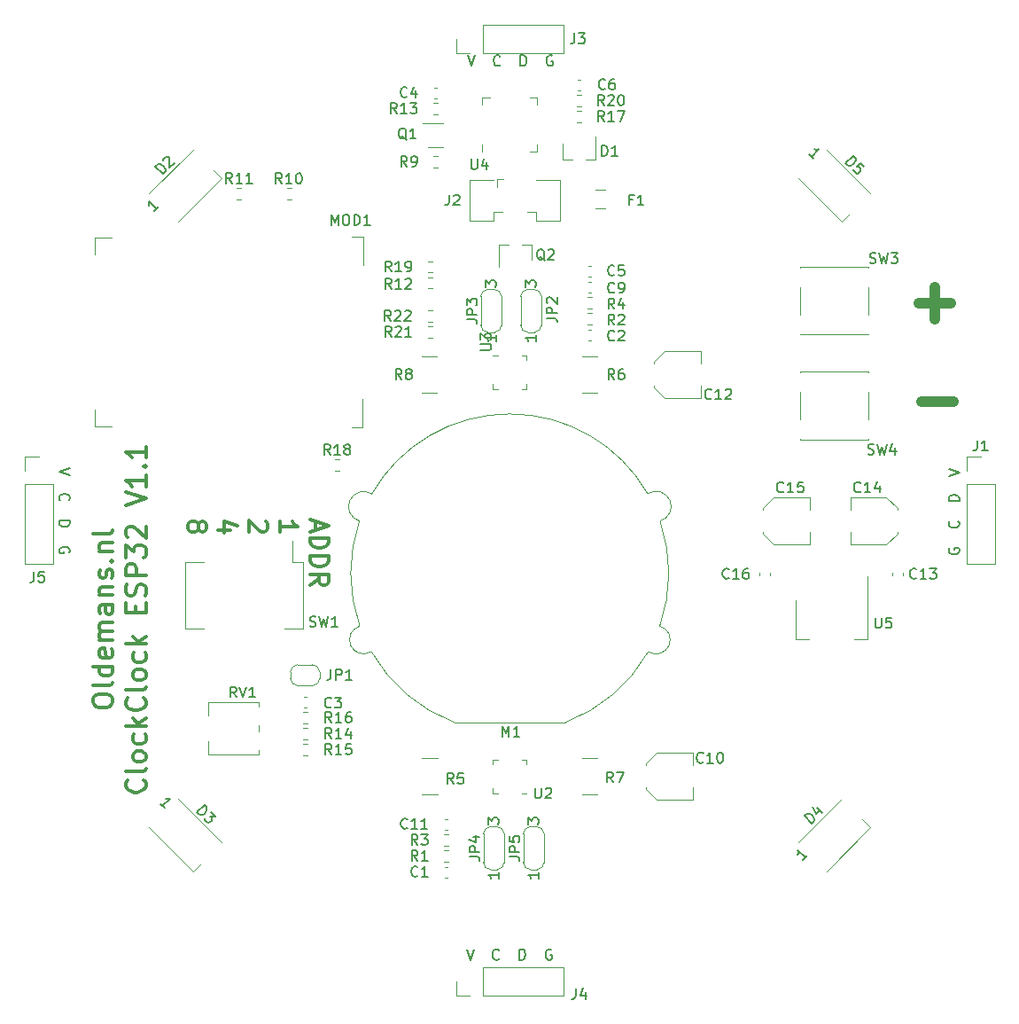
<source format=gbr>
%TF.GenerationSoftware,KiCad,Pcbnew,(5.1.9-0-10_14)*%
%TF.CreationDate,2021-05-05T23:39:55+02:00*%
%TF.ProjectId,clockclock,636c6f63-6b63-46c6-9f63-6b2e6b696361,rev?*%
%TF.SameCoordinates,Original*%
%TF.FileFunction,Legend,Top*%
%TF.FilePolarity,Positive*%
%FSLAX46Y46*%
G04 Gerber Fmt 4.6, Leading zero omitted, Abs format (unit mm)*
G04 Created by KiCad (PCBNEW (5.1.9-0-10_14)) date 2021-05-05 23:39:55*
%MOMM*%
%LPD*%
G01*
G04 APERTURE LIST*
%ADD10C,0.300000*%
%ADD11C,1.000000*%
%ADD12C,0.150000*%
%ADD13C,0.120000*%
%ADD14C,0.100000*%
G04 APERTURE END LIST*
D10*
X-18571666Y-1036333D02*
X-18571666Y-1869666D01*
X-19071666Y-869666D02*
X-17321666Y-1453000D01*
X-19071666Y-2036333D01*
X-19071666Y-2619666D02*
X-17321666Y-2619666D01*
X-17321666Y-3036333D01*
X-17405000Y-3286333D01*
X-17571666Y-3453000D01*
X-17738333Y-3536333D01*
X-18071666Y-3619666D01*
X-18321666Y-3619666D01*
X-18655000Y-3536333D01*
X-18821666Y-3453000D01*
X-18988333Y-3286333D01*
X-19071666Y-3036333D01*
X-19071666Y-2619666D01*
X-19071666Y-4369666D02*
X-17321666Y-4369666D01*
X-17321666Y-4786333D01*
X-17405000Y-5036333D01*
X-17571666Y-5203000D01*
X-17738333Y-5286333D01*
X-18071666Y-5369666D01*
X-18321666Y-5369666D01*
X-18655000Y-5286333D01*
X-18821666Y-5203000D01*
X-18988333Y-5036333D01*
X-19071666Y-4786333D01*
X-19071666Y-4369666D01*
X-19071666Y-7119666D02*
X-18238333Y-6536333D01*
X-19071666Y-6119666D02*
X-17321666Y-6119666D01*
X-17321666Y-6786333D01*
X-17405000Y-6953000D01*
X-17488333Y-7036333D01*
X-17655000Y-7119666D01*
X-17905000Y-7119666D01*
X-18071666Y-7036333D01*
X-18155000Y-6953000D01*
X-18238333Y-6786333D01*
X-18238333Y-6119666D01*
X-21996666Y-2036333D02*
X-21996666Y-1036333D01*
X-21996666Y-1536333D02*
X-20246666Y-1536333D01*
X-20496666Y-1369666D01*
X-20663333Y-1203000D01*
X-20746666Y-1036333D01*
X-23338333Y-1036333D02*
X-23255000Y-1119666D01*
X-23171666Y-1286333D01*
X-23171666Y-1703000D01*
X-23255000Y-1869666D01*
X-23338333Y-1953000D01*
X-23505000Y-2036333D01*
X-23671666Y-2036333D01*
X-23921666Y-1953000D01*
X-24921666Y-952999D01*
X-24921666Y-2036333D01*
X-26680000Y-1869666D02*
X-27846666Y-1869666D01*
X-26013333Y-1453000D02*
X-27263333Y-1036333D01*
X-27263333Y-2119666D01*
X-29771666Y-1369666D02*
X-29688333Y-1203000D01*
X-29605000Y-1119666D01*
X-29438333Y-1036333D01*
X-29355000Y-1036333D01*
X-29188333Y-1119666D01*
X-29105000Y-1203000D01*
X-29021666Y-1369666D01*
X-29021666Y-1703000D01*
X-29105000Y-1869666D01*
X-29188333Y-1953000D01*
X-29355000Y-2036333D01*
X-29438333Y-2036333D01*
X-29605000Y-1953000D01*
X-29688333Y-1869666D01*
X-29771666Y-1703000D01*
X-29771666Y-1369666D01*
X-29855000Y-1203000D01*
X-29938333Y-1119666D01*
X-30105000Y-1036333D01*
X-30438333Y-1036333D01*
X-30605000Y-1119666D01*
X-30688333Y-1203000D01*
X-30771666Y-1369666D01*
X-30771666Y-1702999D01*
X-30688333Y-1869666D01*
X-30605000Y-1953000D01*
X-30438333Y-2036333D01*
X-30105000Y-2036333D01*
X-29938333Y-1953000D01*
X-29855000Y-1869666D01*
X-29771666Y-1703000D01*
D11*
X39370190Y10382285D02*
X42417809Y10382285D01*
X39116190Y19780285D02*
X42163809Y19780285D01*
X40640000Y18256476D02*
X40640000Y21304095D01*
D12*
X-4017447Y43448219D02*
X-3684114Y42448219D01*
X-3350780Y43448219D01*
X-922209Y42543457D02*
X-969828Y42495838D01*
X-1112685Y42448219D01*
X-1207923Y42448219D01*
X-1350780Y42495838D01*
X-1446019Y42591076D01*
X-1493638Y42686314D01*
X-1541257Y42876790D01*
X-1541257Y43019647D01*
X-1493638Y43210123D01*
X-1446019Y43305361D01*
X-1350780Y43400600D01*
X-1207923Y43448219D01*
X-1112685Y43448219D01*
X-969828Y43400600D01*
X-922209Y43352980D01*
X1030171Y42448219D02*
X1030171Y43448219D01*
X1268266Y43448219D01*
X1411123Y43400600D01*
X1506361Y43305361D01*
X1553980Y43210123D01*
X1601600Y43019647D01*
X1601600Y42876790D01*
X1553980Y42686314D01*
X1506361Y42591076D01*
X1411123Y42495838D01*
X1268266Y42448219D01*
X1030171Y42448219D01*
X4077790Y43400600D02*
X3982552Y43448219D01*
X3839695Y43448219D01*
X3696838Y43400600D01*
X3601600Y43305361D01*
X3553980Y43210123D01*
X3506361Y43019647D01*
X3506361Y42876790D01*
X3553980Y42686314D01*
X3601600Y42591076D01*
X3696838Y42495838D01*
X3839695Y42448219D01*
X3934933Y42448219D01*
X4077790Y42495838D01*
X4125409Y42543457D01*
X4125409Y42876790D01*
X3934933Y42876790D01*
X-42048180Y4042847D02*
X-43048180Y3709514D01*
X-42048180Y3376180D01*
X-42952942Y947609D02*
X-43000561Y995228D01*
X-43048180Y1138085D01*
X-43048180Y1233323D01*
X-43000561Y1376180D01*
X-42905323Y1471419D01*
X-42810085Y1519038D01*
X-42619609Y1566657D01*
X-42476752Y1566657D01*
X-42286276Y1519038D01*
X-42191038Y1471419D01*
X-42095800Y1376180D01*
X-42048180Y1233323D01*
X-42048180Y1138085D01*
X-42095800Y995228D01*
X-42143419Y947609D01*
X-43048180Y-1004771D02*
X-42048180Y-1004771D01*
X-42048180Y-1242866D01*
X-42095800Y-1385723D01*
X-42191038Y-1480961D01*
X-42286276Y-1528580D01*
X-42476752Y-1576200D01*
X-42619609Y-1576200D01*
X-42810085Y-1528580D01*
X-42905323Y-1480961D01*
X-43000561Y-1385723D01*
X-43048180Y-1242866D01*
X-43048180Y-1004771D01*
X-42095800Y-4052390D02*
X-42048180Y-3957152D01*
X-42048180Y-3814295D01*
X-42095800Y-3671438D01*
X-42191038Y-3576200D01*
X-42286276Y-3528580D01*
X-42476752Y-3480961D01*
X-42619609Y-3480961D01*
X-42810085Y-3528580D01*
X-42905323Y-3576200D01*
X-43000561Y-3671438D01*
X-43048180Y-3814295D01*
X-43048180Y-3909533D01*
X-43000561Y-4052390D01*
X-42952942Y-4100009D01*
X-42619609Y-4100009D01*
X-42619609Y-3909533D01*
X-4119047Y-41921180D02*
X-3785714Y-42921180D01*
X-3452380Y-41921180D01*
X-1023809Y-42825942D02*
X-1071428Y-42873561D01*
X-1214285Y-42921180D01*
X-1309523Y-42921180D01*
X-1452380Y-42873561D01*
X-1547619Y-42778323D01*
X-1595238Y-42683085D01*
X-1642857Y-42492609D01*
X-1642857Y-42349752D01*
X-1595238Y-42159276D01*
X-1547619Y-42064038D01*
X-1452380Y-41968800D01*
X-1309523Y-41921180D01*
X-1214285Y-41921180D01*
X-1071428Y-41968800D01*
X-1023809Y-42016419D01*
X928571Y-42921180D02*
X928571Y-41921180D01*
X1166666Y-41921180D01*
X1309523Y-41968800D01*
X1404761Y-42064038D01*
X1452380Y-42159276D01*
X1500000Y-42349752D01*
X1500000Y-42492609D01*
X1452380Y-42683085D01*
X1404761Y-42778323D01*
X1309523Y-42873561D01*
X1166666Y-42921180D01*
X928571Y-42921180D01*
X3976190Y-41968800D02*
X3880952Y-41921180D01*
X3738095Y-41921180D01*
X3595238Y-41968800D01*
X3500000Y-42064038D01*
X3452380Y-42159276D01*
X3404761Y-42349752D01*
X3404761Y-42492609D01*
X3452380Y-42683085D01*
X3500000Y-42778323D01*
X3595238Y-42873561D01*
X3738095Y-42921180D01*
X3833333Y-42921180D01*
X3976190Y-42873561D01*
X4023809Y-42825942D01*
X4023809Y-42492609D01*
X3833333Y-42492609D01*
X41994200Y-3630180D02*
X41946580Y-3725419D01*
X41946580Y-3868276D01*
X41994200Y-4011133D01*
X42089438Y-4106371D01*
X42184676Y-4153990D01*
X42375152Y-4201609D01*
X42518009Y-4201609D01*
X42708485Y-4153990D01*
X42803723Y-4106371D01*
X42898961Y-4011133D01*
X42946580Y-3868276D01*
X42946580Y-3773038D01*
X42898961Y-3630180D01*
X42851342Y-3582561D01*
X42518009Y-3582561D01*
X42518009Y-3773038D01*
X42851342Y-1058752D02*
X42898961Y-1106371D01*
X42946580Y-1249228D01*
X42946580Y-1344466D01*
X42898961Y-1487323D01*
X42803723Y-1582561D01*
X42708485Y-1630180D01*
X42518009Y-1677800D01*
X42375152Y-1677800D01*
X42184676Y-1630180D01*
X42089438Y-1582561D01*
X41994200Y-1487323D01*
X41946580Y-1344466D01*
X41946580Y-1249228D01*
X41994200Y-1106371D01*
X42041819Y-1058752D01*
X42946580Y893628D02*
X41946580Y893628D01*
X41946580Y1131723D01*
X41994200Y1274580D01*
X42089438Y1369819D01*
X42184676Y1417438D01*
X42375152Y1465057D01*
X42518009Y1465057D01*
X42708485Y1417438D01*
X42803723Y1369819D01*
X42898961Y1274580D01*
X42946580Y1131723D01*
X42946580Y893628D01*
X41946580Y3274580D02*
X42946580Y3607914D01*
X41946580Y3941247D01*
D10*
X-39832964Y-18351499D02*
X-39832964Y-17988642D01*
X-39742250Y-17807214D01*
X-39560821Y-17625785D01*
X-39197964Y-17535071D01*
X-38562964Y-17535071D01*
X-38200107Y-17625785D01*
X-38018678Y-17807214D01*
X-37927964Y-17988642D01*
X-37927964Y-18351499D01*
X-38018678Y-18532928D01*
X-38200107Y-18714357D01*
X-38562964Y-18805071D01*
X-39197964Y-18805071D01*
X-39560821Y-18714357D01*
X-39742250Y-18532928D01*
X-39832964Y-18351499D01*
X-37927964Y-16446500D02*
X-38018678Y-16627928D01*
X-38200107Y-16718642D01*
X-39832964Y-16718642D01*
X-37927964Y-14904357D02*
X-39832964Y-14904357D01*
X-38018678Y-14904357D02*
X-37927964Y-15085785D01*
X-37927964Y-15448642D01*
X-38018678Y-15630071D01*
X-38109392Y-15720785D01*
X-38290821Y-15811500D01*
X-38835107Y-15811500D01*
X-39016535Y-15720785D01*
X-39107250Y-15630071D01*
X-39197964Y-15448642D01*
X-39197964Y-15085785D01*
X-39107250Y-14904357D01*
X-38018678Y-13271500D02*
X-37927964Y-13452928D01*
X-37927964Y-13815785D01*
X-38018678Y-13997214D01*
X-38200107Y-14087928D01*
X-38925821Y-14087928D01*
X-39107250Y-13997214D01*
X-39197964Y-13815785D01*
X-39197964Y-13452928D01*
X-39107250Y-13271500D01*
X-38925821Y-13180785D01*
X-38744392Y-13180785D01*
X-38562964Y-14087928D01*
X-37927964Y-12364357D02*
X-39197964Y-12364357D01*
X-39016535Y-12364357D02*
X-39107250Y-12273642D01*
X-39197964Y-12092214D01*
X-39197964Y-11820071D01*
X-39107250Y-11638642D01*
X-38925821Y-11547928D01*
X-37927964Y-11547928D01*
X-38925821Y-11547928D02*
X-39107250Y-11457214D01*
X-39197964Y-11275785D01*
X-39197964Y-11003642D01*
X-39107250Y-10822214D01*
X-38925821Y-10731500D01*
X-37927964Y-10731500D01*
X-37927964Y-9007928D02*
X-38925821Y-9007928D01*
X-39107250Y-9098642D01*
X-39197964Y-9280071D01*
X-39197964Y-9642928D01*
X-39107250Y-9824357D01*
X-38018678Y-9007928D02*
X-37927964Y-9189357D01*
X-37927964Y-9642928D01*
X-38018678Y-9824357D01*
X-38200107Y-9915071D01*
X-38381535Y-9915071D01*
X-38562964Y-9824357D01*
X-38653678Y-9642928D01*
X-38653678Y-9189357D01*
X-38744392Y-9007928D01*
X-39197964Y-8100785D02*
X-37927964Y-8100785D01*
X-39016535Y-8100785D02*
X-39107250Y-8010071D01*
X-39197964Y-7828642D01*
X-39197964Y-7556500D01*
X-39107250Y-7375071D01*
X-38925821Y-7284357D01*
X-37927964Y-7284357D01*
X-38018678Y-6467928D02*
X-37927964Y-6286499D01*
X-37927964Y-5923642D01*
X-38018678Y-5742214D01*
X-38200107Y-5651499D01*
X-38290821Y-5651499D01*
X-38472250Y-5742214D01*
X-38562964Y-5923642D01*
X-38562964Y-6195785D01*
X-38653678Y-6377214D01*
X-38835107Y-6467928D01*
X-38925821Y-6467928D01*
X-39107250Y-6377214D01*
X-39197964Y-6195785D01*
X-39197964Y-5923642D01*
X-39107250Y-5742214D01*
X-38109392Y-4835071D02*
X-38018678Y-4744357D01*
X-37927964Y-4835071D01*
X-38018678Y-4925785D01*
X-38109392Y-4835071D01*
X-37927964Y-4835071D01*
X-39197964Y-3927928D02*
X-37927964Y-3927928D01*
X-39016535Y-3927928D02*
X-39107250Y-3837214D01*
X-39197964Y-3655785D01*
X-39197964Y-3383642D01*
X-39107250Y-3202214D01*
X-38925821Y-3111499D01*
X-37927964Y-3111499D01*
X-37927964Y-1932214D02*
X-38018678Y-2113642D01*
X-38200107Y-2204357D01*
X-39832964Y-2204357D01*
X-34951892Y-25744714D02*
X-34861178Y-25835428D01*
X-34770464Y-26107571D01*
X-34770464Y-26289000D01*
X-34861178Y-26561142D01*
X-35042607Y-26742571D01*
X-35224035Y-26833285D01*
X-35586892Y-26924000D01*
X-35859035Y-26924000D01*
X-36221892Y-26833285D01*
X-36403321Y-26742571D01*
X-36584750Y-26561142D01*
X-36675464Y-26289000D01*
X-36675464Y-26107571D01*
X-36584750Y-25835428D01*
X-36494035Y-25744714D01*
X-34770464Y-24656142D02*
X-34861178Y-24837571D01*
X-35042607Y-24928285D01*
X-36675464Y-24928285D01*
X-34770464Y-23658285D02*
X-34861178Y-23839714D01*
X-34951892Y-23930428D01*
X-35133321Y-24021142D01*
X-35677607Y-24021142D01*
X-35859035Y-23930428D01*
X-35949750Y-23839714D01*
X-36040464Y-23658285D01*
X-36040464Y-23386142D01*
X-35949750Y-23204714D01*
X-35859035Y-23114000D01*
X-35677607Y-23023285D01*
X-35133321Y-23023285D01*
X-34951892Y-23114000D01*
X-34861178Y-23204714D01*
X-34770464Y-23386142D01*
X-34770464Y-23658285D01*
X-34861178Y-21390428D02*
X-34770464Y-21571857D01*
X-34770464Y-21934714D01*
X-34861178Y-22116142D01*
X-34951892Y-22206857D01*
X-35133321Y-22297571D01*
X-35677607Y-22297571D01*
X-35859035Y-22206857D01*
X-35949750Y-22116142D01*
X-36040464Y-21934714D01*
X-36040464Y-21571857D01*
X-35949750Y-21390428D01*
X-34770464Y-20574000D02*
X-36675464Y-20574000D01*
X-35496178Y-20392571D02*
X-34770464Y-19848285D01*
X-36040464Y-19848285D02*
X-35314750Y-20574000D01*
X-34951892Y-17943285D02*
X-34861178Y-18034000D01*
X-34770464Y-18306142D01*
X-34770464Y-18487571D01*
X-34861178Y-18759714D01*
X-35042607Y-18941142D01*
X-35224035Y-19031857D01*
X-35586892Y-19122571D01*
X-35859035Y-19122571D01*
X-36221892Y-19031857D01*
X-36403321Y-18941142D01*
X-36584750Y-18759714D01*
X-36675464Y-18487571D01*
X-36675464Y-18306142D01*
X-36584750Y-18034000D01*
X-36494035Y-17943285D01*
X-34770464Y-16854714D02*
X-34861178Y-17036142D01*
X-35042607Y-17126857D01*
X-36675464Y-17126857D01*
X-34770464Y-15856857D02*
X-34861178Y-16038285D01*
X-34951892Y-16129000D01*
X-35133321Y-16219714D01*
X-35677607Y-16219714D01*
X-35859035Y-16129000D01*
X-35949750Y-16038285D01*
X-36040464Y-15856857D01*
X-36040464Y-15584714D01*
X-35949750Y-15403285D01*
X-35859035Y-15312571D01*
X-35677607Y-15221857D01*
X-35133321Y-15221857D01*
X-34951892Y-15312571D01*
X-34861178Y-15403285D01*
X-34770464Y-15584714D01*
X-34770464Y-15856857D01*
X-34861178Y-13589000D02*
X-34770464Y-13770428D01*
X-34770464Y-14133285D01*
X-34861178Y-14314714D01*
X-34951892Y-14405428D01*
X-35133321Y-14496142D01*
X-35677607Y-14496142D01*
X-35859035Y-14405428D01*
X-35949750Y-14314714D01*
X-36040464Y-14133285D01*
X-36040464Y-13770428D01*
X-35949750Y-13589000D01*
X-34770464Y-12772571D02*
X-36675464Y-12772571D01*
X-35496178Y-12591142D02*
X-34770464Y-12046857D01*
X-36040464Y-12046857D02*
X-35314750Y-12772571D01*
X-35768321Y-9779000D02*
X-35768321Y-9144000D01*
X-34770464Y-8871857D02*
X-34770464Y-9779000D01*
X-36675464Y-9779000D01*
X-36675464Y-8871857D01*
X-34861178Y-8146142D02*
X-34770464Y-7874000D01*
X-34770464Y-7420428D01*
X-34861178Y-7239000D01*
X-34951892Y-7148285D01*
X-35133321Y-7057571D01*
X-35314750Y-7057571D01*
X-35496178Y-7148285D01*
X-35586892Y-7239000D01*
X-35677607Y-7420428D01*
X-35768321Y-7783285D01*
X-35859035Y-7964714D01*
X-35949750Y-8055428D01*
X-36131178Y-8146142D01*
X-36312607Y-8146142D01*
X-36494035Y-8055428D01*
X-36584750Y-7964714D01*
X-36675464Y-7783285D01*
X-36675464Y-7329714D01*
X-36584750Y-7057571D01*
X-34770464Y-6241142D02*
X-36675464Y-6241142D01*
X-36675464Y-5515428D01*
X-36584750Y-5334000D01*
X-36494035Y-5243285D01*
X-36312607Y-5152571D01*
X-36040464Y-5152571D01*
X-35859035Y-5243285D01*
X-35768321Y-5334000D01*
X-35677607Y-5515428D01*
X-35677607Y-6241142D01*
X-36675464Y-4517571D02*
X-36675464Y-3338285D01*
X-35949750Y-3973285D01*
X-35949750Y-3701142D01*
X-35859035Y-3519714D01*
X-35768321Y-3429000D01*
X-35586892Y-3338285D01*
X-35133321Y-3338285D01*
X-34951892Y-3429000D01*
X-34861178Y-3519714D01*
X-34770464Y-3701142D01*
X-34770464Y-4245428D01*
X-34861178Y-4426857D01*
X-34951892Y-4517571D01*
X-36494035Y-2612571D02*
X-36584750Y-2521857D01*
X-36675464Y-2340428D01*
X-36675464Y-1886857D01*
X-36584750Y-1705428D01*
X-36494035Y-1614714D01*
X-36312607Y-1524000D01*
X-36131178Y-1524000D01*
X-35859035Y-1614714D01*
X-34770464Y-2703285D01*
X-34770464Y-1524000D01*
X-36675464Y471714D02*
X-34770464Y1106714D01*
X-36675464Y1741714D01*
X-34770464Y3374571D02*
X-34770464Y2285999D01*
X-34770464Y2830285D02*
X-36675464Y2830285D01*
X-36403321Y2648857D01*
X-36221892Y2467428D01*
X-36131178Y2285999D01*
X-34951892Y4190999D02*
X-34861178Y4281714D01*
X-34770464Y4190999D01*
X-34861178Y4100285D01*
X-34951892Y4190999D01*
X-34770464Y4190999D01*
X-34770464Y6095999D02*
X-34770464Y5007428D01*
X-34770464Y5551714D02*
X-36675464Y5551714D01*
X-36403321Y5370285D01*
X-36221892Y5188857D01*
X-36131178Y5007428D01*
D13*
%TO.C,D5*%
X31707107Y27535177D02*
X32467247Y28295317D01*
X27535177Y31707107D02*
X31707107Y27535177D01*
X30292893Y34464823D02*
X34464823Y30292893D01*
%TO.C,D4*%
X34464823Y-30292893D02*
X33704683Y-29532753D01*
X30292893Y-34464823D02*
X34464823Y-30292893D01*
X27535177Y-31707107D02*
X31707107Y-27535177D01*
%TO.C,D3*%
X-30292893Y-34464823D02*
X-29532753Y-33704683D01*
X-34464823Y-30292893D02*
X-30292893Y-34464823D01*
X-31707107Y-27535177D02*
X-27535177Y-31707107D01*
%TO.C,D2*%
X-27535177Y31707107D02*
X-28295317Y32467247D01*
X-31707107Y27535177D02*
X-27535177Y31707107D01*
X-34464823Y30292893D02*
X-30292893Y34464823D01*
%TO.C,F1*%
X9126455Y28808000D02*
X8145545Y28808000D01*
X9126455Y30628000D02*
X8145545Y30628000D01*
%TO.C,C6*%
X6744580Y40130000D02*
X6463420Y40130000D01*
X6744580Y41150000D02*
X6463420Y41150000D01*
%TO.C,Q2*%
X2088000Y25398000D02*
X1158000Y25398000D01*
X-1072000Y25398000D02*
X-142000Y25398000D01*
X-1072000Y25398000D02*
X-1072000Y23238000D01*
X2088000Y25398000D02*
X2088000Y23938000D01*
%TO.C,C5*%
X7760580Y22350000D02*
X7479420Y22350000D01*
X7760580Y23370000D02*
X7479420Y23370000D01*
%TO.C,D1*%
X5024000Y33530000D02*
X5024000Y34990000D01*
X8184000Y33530000D02*
X8184000Y35690000D01*
X8184000Y33530000D02*
X7254000Y33530000D01*
X5024000Y33530000D02*
X5954000Y33530000D01*
%TO.C,M1*%
X-5300000Y-20250000D02*
X5300000Y-20250000D01*
X14360803Y-1032804D02*
G75*
G02*
X14330952Y-11052671I-14360803J-4967196D01*
G01*
X13241141Y-13490646D02*
G75*
G02*
X5300000Y-20260000I-13241141J7490646D01*
G01*
X-5299776Y-20249399D02*
G75*
G02*
X-13230000Y-13490000I5299776J14249399D01*
G01*
X-14331464Y-11060517D02*
G75*
G02*
X-14361584Y-1025605I14331464J5060517D01*
G01*
X14331717Y-11049901D02*
G75*
G02*
X13230000Y-13500000I-361717J-1310099D01*
G01*
X-13231053Y-13488392D02*
G75*
G02*
X-14331464Y-11060517I-738947J1128392D01*
G01*
X13174938Y1586543D02*
G75*
G02*
X14360000Y-1030000I795062J-1216543D01*
G01*
X-14361584Y-1025604D02*
G75*
G02*
X-13185825Y1567604I391584J1385604D01*
G01*
X-13185825Y1567604D02*
G75*
G02*
X13174938Y1586543I13185825J-7567604D01*
G01*
%TO.C,J2*%
X-1217400Y30843800D02*
X-1217400Y31593800D01*
X-1217400Y31593800D02*
X-617400Y31593800D01*
X-1517400Y31553800D02*
X-3827400Y31553800D01*
X4792600Y31553800D02*
X4792600Y27633800D01*
X-3827400Y27633800D02*
X-1557400Y27633800D01*
X-3827400Y31553800D02*
X-3827400Y27633800D01*
X4792600Y27633800D02*
X2522600Y27633800D01*
X2482600Y31553800D02*
X4792600Y31553800D01*
X2522600Y28463800D02*
X2522600Y27633800D01*
X-1557400Y28463800D02*
X-1557400Y27633800D01*
X-1557400Y28463800D02*
X-727400Y28463800D01*
X2522600Y28463800D02*
X1692600Y28463800D01*
%TO.C,SW1*%
X-29270000Y-11288000D02*
X-31010000Y-11288000D01*
X-29270000Y-4968000D02*
X-31010000Y-4968000D01*
X-19790000Y-11288000D02*
X-21529000Y-11288000D01*
X-19790000Y-4968000D02*
X-19790000Y-11288000D01*
X-19790000Y-4968000D02*
X-20739000Y-4968000D01*
X-20739000Y-2928000D02*
X-20739000Y-4968000D01*
X-31010000Y-4968000D02*
X-31010000Y-11288000D01*
%TO.C,R22*%
X-7857258Y19064500D02*
X-7382742Y19064500D01*
X-7857258Y18019500D02*
X-7382742Y18019500D01*
%TO.C,R21*%
X-7857258Y17540500D02*
X-7382742Y17540500D01*
X-7857258Y16495500D02*
X-7382742Y16495500D01*
%TO.C,JP5*%
X2586000Y-34308000D02*
X1986000Y-34308000D01*
X3286000Y-30858000D02*
X3286000Y-33658000D01*
X1986000Y-30208000D02*
X2586000Y-30208000D01*
X1286000Y-33658000D02*
X1286000Y-30858000D01*
X1986000Y-34308000D02*
G75*
G02*
X1286000Y-33608000I0J700000D01*
G01*
X3286000Y-33608000D02*
G75*
G02*
X2586000Y-34308000I-700000J0D01*
G01*
X2586000Y-30208000D02*
G75*
G02*
X3286000Y-30908000I0J-700000D01*
G01*
X1286000Y-30908000D02*
G75*
G02*
X1986000Y-30208000I700000J0D01*
G01*
%TO.C,JP4*%
X-1224000Y-34308000D02*
X-1824000Y-34308000D01*
X-524000Y-30858000D02*
X-524000Y-33658000D01*
X-1824000Y-30208000D02*
X-1224000Y-30208000D01*
X-2524000Y-33658000D02*
X-2524000Y-30858000D01*
X-1824000Y-34308000D02*
G75*
G02*
X-2524000Y-33608000I0J700000D01*
G01*
X-524000Y-33608000D02*
G75*
G02*
X-1224000Y-34308000I-700000J0D01*
G01*
X-1224000Y-30208000D02*
G75*
G02*
X-524000Y-30908000I0J-700000D01*
G01*
X-2524000Y-30908000D02*
G75*
G02*
X-1824000Y-30208000I700000J0D01*
G01*
%TO.C,JP3*%
X-1478000Y17000000D02*
X-2078000Y17000000D01*
X-778000Y20450000D02*
X-778000Y17650000D01*
X-2078000Y21100000D02*
X-1478000Y21100000D01*
X-2778000Y17650000D02*
X-2778000Y20450000D01*
X-2078000Y17000000D02*
G75*
G02*
X-2778000Y17700000I0J700000D01*
G01*
X-778000Y17700000D02*
G75*
G02*
X-1478000Y17000000I-700000J0D01*
G01*
X-1478000Y21100000D02*
G75*
G02*
X-778000Y20400000I0J-700000D01*
G01*
X-2778000Y20400000D02*
G75*
G02*
X-2078000Y21100000I700000J0D01*
G01*
%TO.C,JP2*%
X2332000Y17000000D02*
X1732000Y17000000D01*
X3032000Y20450000D02*
X3032000Y17650000D01*
X1732000Y21100000D02*
X2332000Y21100000D01*
X1032000Y17650000D02*
X1032000Y20450000D01*
X1732000Y17000000D02*
G75*
G02*
X1032000Y17700000I0J700000D01*
G01*
X3032000Y17700000D02*
G75*
G02*
X2332000Y17000000I-700000J0D01*
G01*
X2332000Y21100000D02*
G75*
G02*
X3032000Y20400000I0J-700000D01*
G01*
X1032000Y20400000D02*
G75*
G02*
X1732000Y21100000I700000J0D01*
G01*
%TO.C,U4*%
X-2610000Y34945000D02*
X-2610000Y34220000D01*
X2610000Y39440000D02*
X1885000Y39440000D01*
X2610000Y38715000D02*
X2610000Y39440000D01*
X2610000Y34220000D02*
X1885000Y34220000D01*
X2610000Y34945000D02*
X2610000Y34220000D01*
X-2610000Y39440000D02*
X-1885000Y39440000D01*
X-2610000Y38715000D02*
X-2610000Y39440000D01*
%TO.C,R20*%
X6841258Y39638500D02*
X6366742Y39638500D01*
X6841258Y38593500D02*
X6366742Y38593500D01*
%TO.C,R19*%
X-7382742Y23763500D02*
X-7857258Y23763500D01*
X-7382742Y22718500D02*
X-7857258Y22718500D01*
%TO.C,R18*%
X-16747258Y3795500D02*
X-16272742Y3795500D01*
X-16747258Y4840500D02*
X-16272742Y4840500D01*
%TO.C,R17*%
X6366742Y37069500D02*
X6841258Y37069500D01*
X6366742Y38114500D02*
X6841258Y38114500D01*
%TO.C,R13*%
X-6874742Y38876500D02*
X-7349258Y38876500D01*
X-6874742Y37831500D02*
X-7349258Y37831500D01*
%TO.C,R12*%
X-7382742Y22239500D02*
X-7857258Y22239500D01*
X-7382742Y21194500D02*
X-7857258Y21194500D01*
%TO.C,R9*%
X-6874742Y33796500D02*
X-7349258Y33796500D01*
X-6874742Y32751500D02*
X-7349258Y32751500D01*
%TO.C,Q1*%
X-7812000Y34654000D02*
X-6412000Y34654000D01*
X-6412000Y36974000D02*
X-8312000Y36974000D01*
D14*
%TO.C,MOD1*%
X-14046000Y7948000D02*
X-14046000Y10598000D01*
X-15096000Y7948000D02*
X-14046000Y7948000D01*
X-14026000Y26098000D02*
X-14026000Y23398000D01*
X-15066000Y26098000D02*
X-14026000Y26098000D01*
X-39666000Y7978000D02*
X-39666000Y9608000D01*
X-38036000Y7978000D02*
X-39666000Y7978000D01*
X-39666000Y26048000D02*
X-39666000Y24408000D01*
X-38046000Y26048000D02*
X-39666000Y26048000D01*
D13*
%TO.C,C4*%
X-6971420Y40388000D02*
X-7252580Y40388000D01*
X-6971420Y39368000D02*
X-7252580Y39368000D01*
%TO.C,JP1*%
X-20958000Y-16048000D02*
X-20958000Y-15448000D01*
X-18858000Y-16748000D02*
X-20258000Y-16748000D01*
X-18158000Y-15448000D02*
X-18158000Y-16048000D01*
X-20258000Y-14748000D02*
X-18858000Y-14748000D01*
X-20958000Y-15448000D02*
G75*
G02*
X-20258000Y-14748000I700000J0D01*
G01*
X-20258000Y-16748000D02*
G75*
G02*
X-20958000Y-16048000I0J700000D01*
G01*
X-18158000Y-16048000D02*
G75*
G02*
X-18858000Y-16748000I-700000J0D01*
G01*
X-18858000Y-14748000D02*
G75*
G02*
X-18158000Y-15448000I0J-700000D01*
G01*
%TO.C,RV1*%
X-28836000Y-18308000D02*
X-23996000Y-18308000D01*
X-28836000Y-23348000D02*
X-23996000Y-23348000D01*
X-28836000Y-18308000D02*
X-28836000Y-19588000D01*
X-28836000Y-22068000D02*
X-28836000Y-23348000D01*
X-23996000Y-18308000D02*
X-23996000Y-18788000D01*
X-23996000Y-20568000D02*
X-23996000Y-21088000D01*
X-23996000Y-22868000D02*
X-23996000Y-23348000D01*
X-28836000Y-18688000D02*
X-28836000Y-18688000D01*
X-28836000Y-18688000D02*
X-28836000Y-19588000D01*
X-28836000Y-18688000D02*
X-28836000Y-19588000D01*
%TO.C,R16*%
X-19320742Y-20334500D02*
X-19795258Y-20334500D01*
X-19320742Y-19289500D02*
X-19795258Y-19289500D01*
%TO.C,R15*%
X-19795258Y-22337500D02*
X-19320742Y-22337500D01*
X-19795258Y-23382500D02*
X-19320742Y-23382500D01*
%TO.C,R14*%
X-19320742Y-21858500D02*
X-19795258Y-21858500D01*
X-19320742Y-20813500D02*
X-19795258Y-20813500D01*
%TO.C,C3*%
X-19698580Y-17778000D02*
X-19417420Y-17778000D01*
X-19698580Y-18798000D02*
X-19417420Y-18798000D01*
%TO.C,R8*%
X-8382000Y14654000D02*
X-6927872Y14654000D01*
X-8382000Y11254000D02*
X-6927872Y11254000D01*
%TO.C,R7*%
X8382000Y-27100000D02*
X6927872Y-27100000D01*
X8382000Y-23700000D02*
X6927872Y-23700000D01*
%TO.C,R6*%
X8370000Y11254000D02*
X6915872Y11254000D01*
X8370000Y14654000D02*
X6915872Y14654000D01*
%TO.C,R5*%
X-8370000Y-23700000D02*
X-6915872Y-23700000D01*
X-8370000Y-27100000D02*
X-6915872Y-27100000D01*
%TO.C,U5*%
X27324000Y-12324000D02*
X28584000Y-12324000D01*
X34144000Y-12324000D02*
X32884000Y-12324000D01*
X27324000Y-8564000D02*
X27324000Y-12324000D01*
X34144000Y-6314000D02*
X34144000Y-12324000D01*
%TO.C,C16*%
X24894000Y-5955420D02*
X24894000Y-6236580D01*
X23874000Y-5955420D02*
X23874000Y-6236580D01*
%TO.C,C15*%
X28676000Y-3276000D02*
X28676000Y-2076000D01*
X28676000Y1244000D02*
X28676000Y44000D01*
X25220437Y1244000D02*
X28676000Y1244000D01*
X25220437Y-3276000D02*
X28676000Y-3276000D01*
X24156000Y-2211563D02*
X24156000Y-2076000D01*
X24156000Y179563D02*
X24156000Y44000D01*
X24156000Y179563D02*
X25220437Y1244000D01*
X24156000Y-2211563D02*
X25220437Y-3276000D01*
%TO.C,C14*%
X32538000Y1244000D02*
X32538000Y44000D01*
X32538000Y-3276000D02*
X32538000Y-2076000D01*
X35993563Y-3276000D02*
X32538000Y-3276000D01*
X35993563Y1244000D02*
X32538000Y1244000D01*
X37058000Y179563D02*
X37058000Y44000D01*
X37058000Y-2211563D02*
X37058000Y-2076000D01*
X37058000Y-2211563D02*
X35993563Y-3276000D01*
X37058000Y179563D02*
X35993563Y1244000D01*
%TO.C,C13*%
X36574000Y-6236580D02*
X36574000Y-5955420D01*
X37594000Y-6236580D02*
X37594000Y-5955420D01*
%TO.C,C12*%
X13742000Y11758437D02*
X14806437Y10694000D01*
X13742000Y14149563D02*
X14806437Y15214000D01*
X13742000Y14149563D02*
X13742000Y14014000D01*
X13742000Y11758437D02*
X13742000Y11894000D01*
X14806437Y10694000D02*
X18262000Y10694000D01*
X14806437Y15214000D02*
X18262000Y15214000D01*
X18262000Y15214000D02*
X18262000Y14014000D01*
X18262000Y10694000D02*
X18262000Y11894000D01*
%TO.C,C10*%
X12980000Y-26595563D02*
X14044437Y-27660000D01*
X12980000Y-24204437D02*
X14044437Y-23140000D01*
X12980000Y-24204437D02*
X12980000Y-24340000D01*
X12980000Y-26595563D02*
X12980000Y-26460000D01*
X14044437Y-27660000D02*
X17500000Y-27660000D01*
X14044437Y-23140000D02*
X17500000Y-23140000D01*
X17500000Y-23140000D02*
X17500000Y-24340000D01*
X17500000Y-27660000D02*
X17500000Y-26460000D01*
%TO.C,C1*%
X-5955420Y-35054000D02*
X-6236580Y-35054000D01*
X-5955420Y-34034000D02*
X-6236580Y-34034000D01*
%TO.C,C2*%
X7479420Y17274000D02*
X7760580Y17274000D01*
X7479420Y16254000D02*
X7760580Y16254000D01*
%TO.C,J1*%
X43670000Y-5140000D02*
X46330000Y-5140000D01*
X43670000Y2540000D02*
X43670000Y-5140000D01*
X46330000Y2540000D02*
X46330000Y-5140000D01*
X43670000Y2540000D02*
X46330000Y2540000D01*
X43670000Y3810000D02*
X43670000Y5140000D01*
X43670000Y5140000D02*
X45000000Y5140000D01*
%TO.C,J3*%
X5140000Y43670000D02*
X5140000Y46330000D01*
X-2540000Y43670000D02*
X5140000Y43670000D01*
X-2540000Y46330000D02*
X5140000Y46330000D01*
X-2540000Y43670000D02*
X-2540000Y46330000D01*
X-3810000Y43670000D02*
X-5140000Y43670000D01*
X-5140000Y43670000D02*
X-5140000Y45000000D01*
%TO.C,J4*%
X5140000Y-46330000D02*
X5140000Y-43670000D01*
X-2540000Y-46330000D02*
X5140000Y-46330000D01*
X-2540000Y-43670000D02*
X5140000Y-43670000D01*
X-2540000Y-46330000D02*
X-2540000Y-43670000D01*
X-3810000Y-46330000D02*
X-5140000Y-46330000D01*
X-5140000Y-46330000D02*
X-5140000Y-45000000D01*
%TO.C,J5*%
X-46330000Y-5140000D02*
X-43670000Y-5140000D01*
X-46330000Y2540000D02*
X-46330000Y-5140000D01*
X-43670000Y2540000D02*
X-43670000Y-5140000D01*
X-46330000Y2540000D02*
X-43670000Y2540000D01*
X-46330000Y3810000D02*
X-46330000Y5140000D01*
X-46330000Y5140000D02*
X-45000000Y5140000D01*
%TO.C,R1*%
X-6333258Y-32497500D02*
X-5858742Y-32497500D01*
X-6333258Y-33542500D02*
X-5858742Y-33542500D01*
%TO.C,R2*%
X7857258Y17765500D02*
X7382742Y17765500D01*
X7857258Y18810500D02*
X7382742Y18810500D01*
%TO.C,R3*%
X-5858742Y-32018500D02*
X-6333258Y-32018500D01*
X-5858742Y-30973500D02*
X-6333258Y-30973500D01*
%TO.C,R4*%
X7382742Y20334500D02*
X7857258Y20334500D01*
X7382742Y19289500D02*
X7857258Y19289500D01*
%TO.C,SW3*%
X27770000Y16770000D02*
X27770000Y16800000D01*
X27770000Y23230000D02*
X27770000Y23200000D01*
X34230000Y23230000D02*
X34230000Y23200000D01*
X34230000Y16800000D02*
X34230000Y16770000D01*
X27770000Y18700000D02*
X27770000Y21300000D01*
X34230000Y16770000D02*
X27770000Y16770000D01*
X34230000Y18700000D02*
X34230000Y21300000D01*
X34230000Y23230000D02*
X27770000Y23230000D01*
%TO.C,SW4*%
X34230000Y13230000D02*
X34230000Y13200000D01*
X34230000Y6770000D02*
X34230000Y6800000D01*
X27770000Y6770000D02*
X27770000Y6800000D01*
X27770000Y13200000D02*
X27770000Y13230000D01*
X34230000Y11300000D02*
X34230000Y8700000D01*
X27770000Y13230000D02*
X34230000Y13230000D01*
X27770000Y11300000D02*
X27770000Y8700000D01*
X27770000Y6770000D02*
X34230000Y6770000D01*
%TO.C,U2*%
X1135000Y-27010000D02*
X1610000Y-27010000D01*
X-1610000Y-23790000D02*
X-1610000Y-24265000D01*
X-1135000Y-23790000D02*
X-1610000Y-23790000D01*
X1610000Y-23790000D02*
X1610000Y-24265000D01*
X1135000Y-23790000D02*
X1610000Y-23790000D01*
X-1610000Y-27010000D02*
X-1610000Y-26535000D01*
X-1135000Y-27010000D02*
X-1610000Y-27010000D01*
%TO.C,U3*%
X-1135000Y14818000D02*
X-1610000Y14818000D01*
X1610000Y11598000D02*
X1610000Y12073000D01*
X1135000Y11598000D02*
X1610000Y11598000D01*
X-1610000Y11598000D02*
X-1610000Y12073000D01*
X-1135000Y11598000D02*
X-1610000Y11598000D01*
X1610000Y14818000D02*
X1610000Y14343000D01*
X1135000Y14818000D02*
X1610000Y14818000D01*
%TO.C,C9*%
X7479420Y21846000D02*
X7760580Y21846000D01*
X7479420Y20826000D02*
X7760580Y20826000D01*
%TO.C,C11*%
X-5955420Y-30482000D02*
X-6236580Y-30482000D01*
X-5955420Y-29462000D02*
X-6236580Y-29462000D01*
%TO.C,R10*%
X-21319258Y30748500D02*
X-20844742Y30748500D01*
X-21319258Y29703500D02*
X-20844742Y29703500D01*
%TO.C,R11*%
X-26145258Y30748500D02*
X-25670742Y30748500D01*
X-26145258Y29703500D02*
X-25670742Y29703500D01*
%TO.C,D5*%
D12*
X32102750Y33146574D02*
X32809856Y33853681D01*
X32978215Y33685322D01*
X33045559Y33550635D01*
X33045559Y33415948D01*
X33011887Y33314933D01*
X32910872Y33146574D01*
X32809856Y33045559D01*
X32641498Y32944544D01*
X32540482Y32910872D01*
X32405795Y32910872D01*
X32271108Y32978215D01*
X32102750Y33146574D01*
X33853681Y32809856D02*
X33516963Y33146574D01*
X33146574Y32843528D01*
X33213918Y32843528D01*
X33314933Y32809856D01*
X33483292Y32641498D01*
X33516963Y32540482D01*
X33516963Y32473139D01*
X33483292Y32372124D01*
X33314933Y32203765D01*
X33213918Y32170093D01*
X33146574Y32170093D01*
X33045559Y32203765D01*
X32877200Y32372124D01*
X32843528Y32473139D01*
X32843528Y32540482D01*
X29025993Y33571679D02*
X28621932Y33975740D01*
X28823963Y33773710D02*
X29531070Y34480817D01*
X29362711Y34447145D01*
X29228024Y34447145D01*
X29127009Y34480817D01*
%TO.C,D4*%
X28853425Y-29897249D02*
X28146318Y-29190143D01*
X28314677Y-29021784D01*
X28449364Y-28954440D01*
X28584051Y-28954440D01*
X28685066Y-28988112D01*
X28853425Y-29089127D01*
X28954440Y-29190143D01*
X29055455Y-29358501D01*
X29089127Y-29459517D01*
X29089127Y-29594204D01*
X29021784Y-29728891D01*
X28853425Y-29897249D01*
X29392173Y-28415692D02*
X29863578Y-28887097D01*
X28954440Y-28314677D02*
X29291158Y-28988112D01*
X29728891Y-28550379D01*
X28428320Y-32974006D02*
X28024259Y-33378067D01*
X28226289Y-33176036D02*
X27519182Y-32468929D01*
X27552854Y-32637288D01*
X27552854Y-32771975D01*
X27519182Y-32872990D01*
%TO.C,D3*%
X-29897249Y-28853425D02*
X-29190143Y-28146318D01*
X-29021784Y-28314677D01*
X-28954440Y-28449364D01*
X-28954440Y-28584051D01*
X-28988112Y-28685066D01*
X-29089127Y-28853425D01*
X-29190143Y-28954440D01*
X-29358501Y-29055455D01*
X-29459517Y-29089127D01*
X-29594204Y-29089127D01*
X-29728891Y-29021784D01*
X-29897249Y-28853425D01*
X-28550379Y-28786081D02*
X-28112646Y-29223814D01*
X-28617723Y-29257486D01*
X-28516707Y-29358501D01*
X-28483036Y-29459517D01*
X-28483036Y-29526860D01*
X-28516707Y-29627875D01*
X-28685066Y-29796234D01*
X-28786081Y-29829906D01*
X-28853425Y-29829906D01*
X-28954440Y-29796234D01*
X-29156471Y-29594204D01*
X-29190143Y-29493188D01*
X-29190143Y-29425845D01*
X-32974006Y-28428320D02*
X-33378067Y-28024259D01*
X-33176036Y-28226289D02*
X-32468929Y-27519182D01*
X-32637288Y-27552854D01*
X-32771975Y-27552854D01*
X-32872990Y-27519182D01*
%TO.C,D2*%
X-33146574Y32102750D02*
X-33853681Y32809856D01*
X-33685322Y32978215D01*
X-33550635Y33045559D01*
X-33415948Y33045559D01*
X-33314933Y33011887D01*
X-33146574Y32910872D01*
X-33045559Y32809856D01*
X-32944544Y32641498D01*
X-32910872Y32540482D01*
X-32910872Y32405795D01*
X-32978215Y32271108D01*
X-33146574Y32102750D01*
X-33112902Y33415948D02*
X-33112902Y33483292D01*
X-33079231Y33584307D01*
X-32910872Y33752666D01*
X-32809856Y33786337D01*
X-32742513Y33786337D01*
X-32641498Y33752666D01*
X-32574154Y33685322D01*
X-32506811Y33550635D01*
X-32506811Y32742513D01*
X-32069078Y33180246D01*
X-33571679Y29025993D02*
X-33975740Y28621932D01*
X-33773710Y28823963D02*
X-34480817Y29531070D01*
X-34447145Y29362711D01*
X-34447145Y29228024D01*
X-34480817Y29127009D01*
%TO.C,F1*%
X11731666Y29662428D02*
X11398333Y29662428D01*
X11398333Y29138619D02*
X11398333Y30138619D01*
X11874523Y30138619D01*
X12779285Y29138619D02*
X12207857Y29138619D01*
X12493571Y29138619D02*
X12493571Y30138619D01*
X12398333Y29995761D01*
X12303095Y29900523D01*
X12207857Y29852904D01*
%TO.C,C6*%
X9104333Y40282857D02*
X9056714Y40235238D01*
X8913857Y40187619D01*
X8818619Y40187619D01*
X8675761Y40235238D01*
X8580523Y40330476D01*
X8532904Y40425714D01*
X8485285Y40616190D01*
X8485285Y40759047D01*
X8532904Y40949523D01*
X8580523Y41044761D01*
X8675761Y41140000D01*
X8818619Y41187619D01*
X8913857Y41187619D01*
X9056714Y41140000D01*
X9104333Y41092380D01*
X9961476Y41187619D02*
X9771000Y41187619D01*
X9675761Y41140000D01*
X9628142Y41092380D01*
X9532904Y40949523D01*
X9485285Y40759047D01*
X9485285Y40378095D01*
X9532904Y40282857D01*
X9580523Y40235238D01*
X9675761Y40187619D01*
X9866238Y40187619D01*
X9961476Y40235238D01*
X10009095Y40282857D01*
X10056714Y40378095D01*
X10056714Y40616190D01*
X10009095Y40711428D01*
X9961476Y40759047D01*
X9866238Y40806666D01*
X9675761Y40806666D01*
X9580523Y40759047D01*
X9532904Y40711428D01*
X9485285Y40616190D01*
%TO.C,Q2*%
X3333761Y23836380D02*
X3238523Y23884000D01*
X3143285Y23979238D01*
X3000428Y24122095D01*
X2905190Y24169714D01*
X2809952Y24169714D01*
X2857571Y23931619D02*
X2762333Y23979238D01*
X2667095Y24074476D01*
X2619476Y24264952D01*
X2619476Y24598285D01*
X2667095Y24788761D01*
X2762333Y24884000D01*
X2857571Y24931619D01*
X3048047Y24931619D01*
X3143285Y24884000D01*
X3238523Y24788761D01*
X3286142Y24598285D01*
X3286142Y24264952D01*
X3238523Y24074476D01*
X3143285Y23979238D01*
X3048047Y23931619D01*
X2857571Y23931619D01*
X3667095Y24836380D02*
X3714714Y24884000D01*
X3809952Y24931619D01*
X4048047Y24931619D01*
X4143285Y24884000D01*
X4190904Y24836380D01*
X4238523Y24741142D01*
X4238523Y24645904D01*
X4190904Y24503047D01*
X3619476Y23931619D01*
X4238523Y23931619D01*
%TO.C,C5*%
X9993333Y22502857D02*
X9945714Y22455238D01*
X9802857Y22407619D01*
X9707619Y22407619D01*
X9564761Y22455238D01*
X9469523Y22550476D01*
X9421904Y22645714D01*
X9374285Y22836190D01*
X9374285Y22979047D01*
X9421904Y23169523D01*
X9469523Y23264761D01*
X9564761Y23360000D01*
X9707619Y23407619D01*
X9802857Y23407619D01*
X9945714Y23360000D01*
X9993333Y23312380D01*
X10898095Y23407619D02*
X10421904Y23407619D01*
X10374285Y22931428D01*
X10421904Y22979047D01*
X10517142Y23026666D01*
X10755238Y23026666D01*
X10850476Y22979047D01*
X10898095Y22931428D01*
X10945714Y22836190D01*
X10945714Y22598095D01*
X10898095Y22502857D01*
X10850476Y22455238D01*
X10755238Y22407619D01*
X10517142Y22407619D01*
X10421904Y22455238D01*
X10374285Y22502857D01*
%TO.C,D1*%
X8786904Y33837619D02*
X8786904Y34837619D01*
X9025000Y34837619D01*
X9167857Y34790000D01*
X9263095Y34694761D01*
X9310714Y34599523D01*
X9358333Y34409047D01*
X9358333Y34266190D01*
X9310714Y34075714D01*
X9263095Y33980476D01*
X9167857Y33885238D01*
X9025000Y33837619D01*
X8786904Y33837619D01*
X10310714Y33837619D02*
X9739285Y33837619D01*
X10025000Y33837619D02*
X10025000Y34837619D01*
X9929761Y34694761D01*
X9834523Y34599523D01*
X9739285Y34551904D01*
%TO.C,M1*%
X-739523Y-21602380D02*
X-739523Y-20602380D01*
X-406190Y-21316666D01*
X-72857Y-20602380D01*
X-72857Y-21602380D01*
X927142Y-21602380D02*
X355714Y-21602380D01*
X641428Y-21602380D02*
X641428Y-20602380D01*
X546190Y-20745238D01*
X450952Y-20840476D01*
X355714Y-20888095D01*
%TO.C,J2*%
X-5794333Y30138619D02*
X-5794333Y29424333D01*
X-5841952Y29281476D01*
X-5937190Y29186238D01*
X-6080047Y29138619D01*
X-6175285Y29138619D01*
X-5365761Y30043380D02*
X-5318142Y30091000D01*
X-5222904Y30138619D01*
X-4984809Y30138619D01*
X-4889571Y30091000D01*
X-4841952Y30043380D01*
X-4794333Y29948142D01*
X-4794333Y29852904D01*
X-4841952Y29710047D01*
X-5413380Y29138619D01*
X-4794333Y29138619D01*
%TO.C,SW1*%
X-19113333Y-11072761D02*
X-18970476Y-11120380D01*
X-18732380Y-11120380D01*
X-18637142Y-11072761D01*
X-18589523Y-11025142D01*
X-18541904Y-10929904D01*
X-18541904Y-10834666D01*
X-18589523Y-10739428D01*
X-18637142Y-10691809D01*
X-18732380Y-10644190D01*
X-18922857Y-10596571D01*
X-19018095Y-10548952D01*
X-19065714Y-10501333D01*
X-19113333Y-10406095D01*
X-19113333Y-10310857D01*
X-19065714Y-10215619D01*
X-19018095Y-10168000D01*
X-18922857Y-10120380D01*
X-18684761Y-10120380D01*
X-18541904Y-10168000D01*
X-18208571Y-10120380D02*
X-17970476Y-11120380D01*
X-17780000Y-10406095D01*
X-17589523Y-11120380D01*
X-17351428Y-10120380D01*
X-16446666Y-11120380D02*
X-17018095Y-11120380D01*
X-16732380Y-11120380D02*
X-16732380Y-10120380D01*
X-16827619Y-10263238D01*
X-16922857Y-10358476D01*
X-17018095Y-10406095D01*
%TO.C,R22*%
X-11361657Y18089619D02*
X-11694990Y18565809D01*
X-11933085Y18089619D02*
X-11933085Y19089619D01*
X-11552133Y19089619D01*
X-11456895Y19042000D01*
X-11409276Y18994380D01*
X-11361657Y18899142D01*
X-11361657Y18756285D01*
X-11409276Y18661047D01*
X-11456895Y18613428D01*
X-11552133Y18565809D01*
X-11933085Y18565809D01*
X-10980704Y18994380D02*
X-10933085Y19042000D01*
X-10837847Y19089619D01*
X-10599752Y19089619D01*
X-10504514Y19042000D01*
X-10456895Y18994380D01*
X-10409276Y18899142D01*
X-10409276Y18803904D01*
X-10456895Y18661047D01*
X-11028323Y18089619D01*
X-10409276Y18089619D01*
X-10028323Y18994380D02*
X-9980704Y19042000D01*
X-9885466Y19089619D01*
X-9647371Y19089619D01*
X-9552133Y19042000D01*
X-9504514Y18994380D01*
X-9456895Y18899142D01*
X-9456895Y18803904D01*
X-9504514Y18661047D01*
X-10075942Y18089619D01*
X-9456895Y18089619D01*
%TO.C,R21*%
X-11310857Y16565619D02*
X-11644190Y17041809D01*
X-11882285Y16565619D02*
X-11882285Y17565619D01*
X-11501333Y17565619D01*
X-11406095Y17518000D01*
X-11358476Y17470380D01*
X-11310857Y17375142D01*
X-11310857Y17232285D01*
X-11358476Y17137047D01*
X-11406095Y17089428D01*
X-11501333Y17041809D01*
X-11882285Y17041809D01*
X-10929904Y17470380D02*
X-10882285Y17518000D01*
X-10787047Y17565619D01*
X-10548952Y17565619D01*
X-10453714Y17518000D01*
X-10406095Y17470380D01*
X-10358476Y17375142D01*
X-10358476Y17279904D01*
X-10406095Y17137047D01*
X-10977523Y16565619D01*
X-10358476Y16565619D01*
X-9406095Y16565619D02*
X-9977523Y16565619D01*
X-9691809Y16565619D02*
X-9691809Y17565619D01*
X-9787047Y17422761D01*
X-9882285Y17327523D01*
X-9977523Y17279904D01*
%TO.C,JP5*%
X-61619Y-33091333D02*
X652666Y-33091333D01*
X795523Y-33138952D01*
X890761Y-33234190D01*
X938380Y-33377047D01*
X938380Y-33472285D01*
X938380Y-32615142D02*
X-61619Y-32615142D01*
X-61619Y-32234190D01*
X-14000Y-32138952D01*
X33619Y-32091333D01*
X128857Y-32043714D01*
X271714Y-32043714D01*
X366952Y-32091333D01*
X414571Y-32138952D01*
X462190Y-32234190D01*
X462190Y-32615142D01*
X-61619Y-31138952D02*
X-61619Y-31615142D01*
X414571Y-31662761D01*
X366952Y-31615142D01*
X319333Y-31519904D01*
X319333Y-31281809D01*
X366952Y-31186571D01*
X414571Y-31138952D01*
X509809Y-31091333D01*
X747904Y-31091333D01*
X843142Y-31138952D01*
X890761Y-31186571D01*
X938380Y-31281809D01*
X938380Y-31519904D01*
X890761Y-31615142D01*
X843142Y-31662761D01*
X2738380Y-34572285D02*
X2738380Y-35143714D01*
X2738380Y-34858000D02*
X1738380Y-34858000D01*
X1881238Y-34953238D01*
X1976476Y-35048476D01*
X2024095Y-35143714D01*
X1738380Y-29991333D02*
X1738380Y-29372285D01*
X2119333Y-29705619D01*
X2119333Y-29562761D01*
X2166952Y-29467523D01*
X2214571Y-29419904D01*
X2309809Y-29372285D01*
X2547904Y-29372285D01*
X2643142Y-29419904D01*
X2690761Y-29467523D01*
X2738380Y-29562761D01*
X2738380Y-29848476D01*
X2690761Y-29943714D01*
X2643142Y-29991333D01*
%TO.C,JP4*%
X-3871619Y-33091333D02*
X-3157333Y-33091333D01*
X-3014476Y-33138952D01*
X-2919238Y-33234190D01*
X-2871619Y-33377047D01*
X-2871619Y-33472285D01*
X-2871619Y-32615142D02*
X-3871619Y-32615142D01*
X-3871619Y-32234190D01*
X-3824000Y-32138952D01*
X-3776380Y-32091333D01*
X-3681142Y-32043714D01*
X-3538285Y-32043714D01*
X-3443047Y-32091333D01*
X-3395428Y-32138952D01*
X-3347809Y-32234190D01*
X-3347809Y-32615142D01*
X-3538285Y-31186571D02*
X-2871619Y-31186571D01*
X-3919238Y-31424666D02*
X-3204952Y-31662761D01*
X-3204952Y-31043714D01*
X-1071619Y-34572285D02*
X-1071619Y-35143714D01*
X-1071619Y-34858000D02*
X-2071619Y-34858000D01*
X-1928761Y-34953238D01*
X-1833523Y-35048476D01*
X-1785904Y-35143714D01*
X-2071619Y-29991333D02*
X-2071619Y-29372285D01*
X-1690666Y-29705619D01*
X-1690666Y-29562761D01*
X-1643047Y-29467523D01*
X-1595428Y-29419904D01*
X-1500190Y-29372285D01*
X-1262095Y-29372285D01*
X-1166857Y-29419904D01*
X-1119238Y-29467523D01*
X-1071619Y-29562761D01*
X-1071619Y-29848476D01*
X-1119238Y-29943714D01*
X-1166857Y-29991333D01*
%TO.C,JP3*%
X-4125619Y18216666D02*
X-3411333Y18216666D01*
X-3268476Y18169047D01*
X-3173238Y18073809D01*
X-3125619Y17930952D01*
X-3125619Y17835714D01*
X-3125619Y18692857D02*
X-4125619Y18692857D01*
X-4125619Y19073809D01*
X-4078000Y19169047D01*
X-4030380Y19216666D01*
X-3935142Y19264285D01*
X-3792285Y19264285D01*
X-3697047Y19216666D01*
X-3649428Y19169047D01*
X-3601809Y19073809D01*
X-3601809Y18692857D01*
X-4125619Y19597619D02*
X-4125619Y20216666D01*
X-3744666Y19883333D01*
X-3744666Y20026190D01*
X-3697047Y20121428D01*
X-3649428Y20169047D01*
X-3554190Y20216666D01*
X-3316095Y20216666D01*
X-3220857Y20169047D01*
X-3173238Y20121428D01*
X-3125619Y20026190D01*
X-3125619Y19740476D01*
X-3173238Y19645238D01*
X-3220857Y19597619D01*
X-1325619Y16735714D02*
X-1325619Y16164285D01*
X-1325619Y16450000D02*
X-2325619Y16450000D01*
X-2182761Y16354761D01*
X-2087523Y16259523D01*
X-2039904Y16164285D01*
X-2325619Y21316666D02*
X-2325619Y21935714D01*
X-1944666Y21602380D01*
X-1944666Y21745238D01*
X-1897047Y21840476D01*
X-1849428Y21888095D01*
X-1754190Y21935714D01*
X-1516095Y21935714D01*
X-1420857Y21888095D01*
X-1373238Y21840476D01*
X-1325619Y21745238D01*
X-1325619Y21459523D01*
X-1373238Y21364285D01*
X-1420857Y21316666D01*
%TO.C,JP2*%
X3516380Y18343666D02*
X4230666Y18343666D01*
X4373523Y18296047D01*
X4468761Y18200809D01*
X4516380Y18057952D01*
X4516380Y17962714D01*
X4516380Y18819857D02*
X3516380Y18819857D01*
X3516380Y19200809D01*
X3564000Y19296047D01*
X3611619Y19343666D01*
X3706857Y19391285D01*
X3849714Y19391285D01*
X3944952Y19343666D01*
X3992571Y19296047D01*
X4040190Y19200809D01*
X4040190Y18819857D01*
X3611619Y19772238D02*
X3564000Y19819857D01*
X3516380Y19915095D01*
X3516380Y20153190D01*
X3564000Y20248428D01*
X3611619Y20296047D01*
X3706857Y20343666D01*
X3802095Y20343666D01*
X3944952Y20296047D01*
X4516380Y19724619D01*
X4516380Y20343666D01*
X2484380Y16735714D02*
X2484380Y16164285D01*
X2484380Y16450000D02*
X1484380Y16450000D01*
X1627238Y16354761D01*
X1722476Y16259523D01*
X1770095Y16164285D01*
X1484380Y21316666D02*
X1484380Y21935714D01*
X1865333Y21602380D01*
X1865333Y21745238D01*
X1912952Y21840476D01*
X1960571Y21888095D01*
X2055809Y21935714D01*
X2293904Y21935714D01*
X2389142Y21888095D01*
X2436761Y21840476D01*
X2484380Y21745238D01*
X2484380Y21459523D01*
X2436761Y21364285D01*
X2389142Y21316666D01*
%TO.C,U4*%
X-3682904Y33567619D02*
X-3682904Y32758095D01*
X-3635285Y32662857D01*
X-3587666Y32615238D01*
X-3492428Y32567619D01*
X-3301952Y32567619D01*
X-3206714Y32615238D01*
X-3159095Y32662857D01*
X-3111476Y32758095D01*
X-3111476Y33567619D01*
X-2206714Y33234285D02*
X-2206714Y32567619D01*
X-2444809Y33615238D02*
X-2682904Y32900952D01*
X-2063857Y32900952D01*
%TO.C,R20*%
X9009142Y38663619D02*
X8675809Y39139809D01*
X8437714Y38663619D02*
X8437714Y39663619D01*
X8818666Y39663619D01*
X8913904Y39616000D01*
X8961523Y39568380D01*
X9009142Y39473142D01*
X9009142Y39330285D01*
X8961523Y39235047D01*
X8913904Y39187428D01*
X8818666Y39139809D01*
X8437714Y39139809D01*
X9390095Y39568380D02*
X9437714Y39616000D01*
X9532952Y39663619D01*
X9771047Y39663619D01*
X9866285Y39616000D01*
X9913904Y39568380D01*
X9961523Y39473142D01*
X9961523Y39377904D01*
X9913904Y39235047D01*
X9342476Y38663619D01*
X9961523Y38663619D01*
X10580571Y39663619D02*
X10675809Y39663619D01*
X10771047Y39616000D01*
X10818666Y39568380D01*
X10866285Y39473142D01*
X10913904Y39282666D01*
X10913904Y39044571D01*
X10866285Y38854095D01*
X10818666Y38758857D01*
X10771047Y38711238D01*
X10675809Y38663619D01*
X10580571Y38663619D01*
X10485333Y38711238D01*
X10437714Y38758857D01*
X10390095Y38854095D01*
X10342476Y39044571D01*
X10342476Y39282666D01*
X10390095Y39473142D01*
X10437714Y39568380D01*
X10485333Y39616000D01*
X10580571Y39663619D01*
%TO.C,R19*%
X-11310857Y22788619D02*
X-11644190Y23264809D01*
X-11882285Y22788619D02*
X-11882285Y23788619D01*
X-11501333Y23788619D01*
X-11406095Y23741000D01*
X-11358476Y23693380D01*
X-11310857Y23598142D01*
X-11310857Y23455285D01*
X-11358476Y23360047D01*
X-11406095Y23312428D01*
X-11501333Y23264809D01*
X-11882285Y23264809D01*
X-10358476Y22788619D02*
X-10929904Y22788619D01*
X-10644190Y22788619D02*
X-10644190Y23788619D01*
X-10739428Y23645761D01*
X-10834666Y23550523D01*
X-10929904Y23502904D01*
X-9882285Y22788619D02*
X-9691809Y22788619D01*
X-9596571Y22836238D01*
X-9548952Y22883857D01*
X-9453714Y23026714D01*
X-9406095Y23217190D01*
X-9406095Y23598142D01*
X-9453714Y23693380D01*
X-9501333Y23741000D01*
X-9596571Y23788619D01*
X-9787047Y23788619D01*
X-9882285Y23741000D01*
X-9929904Y23693380D01*
X-9977523Y23598142D01*
X-9977523Y23360047D01*
X-9929904Y23264809D01*
X-9882285Y23217190D01*
X-9787047Y23169571D01*
X-9596571Y23169571D01*
X-9501333Y23217190D01*
X-9453714Y23264809D01*
X-9406095Y23360047D01*
%TO.C,R18*%
X-17152857Y5295619D02*
X-17486190Y5771809D01*
X-17724285Y5295619D02*
X-17724285Y6295619D01*
X-17343333Y6295619D01*
X-17248095Y6248000D01*
X-17200476Y6200380D01*
X-17152857Y6105142D01*
X-17152857Y5962285D01*
X-17200476Y5867047D01*
X-17248095Y5819428D01*
X-17343333Y5771809D01*
X-17724285Y5771809D01*
X-16200476Y5295619D02*
X-16771904Y5295619D01*
X-16486190Y5295619D02*
X-16486190Y6295619D01*
X-16581428Y6152761D01*
X-16676666Y6057523D01*
X-16771904Y6009904D01*
X-15629047Y5867047D02*
X-15724285Y5914666D01*
X-15771904Y5962285D01*
X-15819523Y6057523D01*
X-15819523Y6105142D01*
X-15771904Y6200380D01*
X-15724285Y6248000D01*
X-15629047Y6295619D01*
X-15438571Y6295619D01*
X-15343333Y6248000D01*
X-15295714Y6200380D01*
X-15248095Y6105142D01*
X-15248095Y6057523D01*
X-15295714Y5962285D01*
X-15343333Y5914666D01*
X-15438571Y5867047D01*
X-15629047Y5867047D01*
X-15724285Y5819428D01*
X-15771904Y5771809D01*
X-15819523Y5676571D01*
X-15819523Y5486095D01*
X-15771904Y5390857D01*
X-15724285Y5343238D01*
X-15629047Y5295619D01*
X-15438571Y5295619D01*
X-15343333Y5343238D01*
X-15295714Y5390857D01*
X-15248095Y5486095D01*
X-15248095Y5676571D01*
X-15295714Y5771809D01*
X-15343333Y5819428D01*
X-15438571Y5867047D01*
%TO.C,R17*%
X9009142Y37139619D02*
X8675809Y37615809D01*
X8437714Y37139619D02*
X8437714Y38139619D01*
X8818666Y38139619D01*
X8913904Y38092000D01*
X8961523Y38044380D01*
X9009142Y37949142D01*
X9009142Y37806285D01*
X8961523Y37711047D01*
X8913904Y37663428D01*
X8818666Y37615809D01*
X8437714Y37615809D01*
X9961523Y37139619D02*
X9390095Y37139619D01*
X9675809Y37139619D02*
X9675809Y38139619D01*
X9580571Y37996761D01*
X9485333Y37901523D01*
X9390095Y37853904D01*
X10294857Y38139619D02*
X10961523Y38139619D01*
X10532952Y37139619D01*
%TO.C,R13*%
X-10802857Y37901619D02*
X-11136190Y38377809D01*
X-11374285Y37901619D02*
X-11374285Y38901619D01*
X-10993333Y38901619D01*
X-10898095Y38854000D01*
X-10850476Y38806380D01*
X-10802857Y38711142D01*
X-10802857Y38568285D01*
X-10850476Y38473047D01*
X-10898095Y38425428D01*
X-10993333Y38377809D01*
X-11374285Y38377809D01*
X-9850476Y37901619D02*
X-10421904Y37901619D01*
X-10136190Y37901619D02*
X-10136190Y38901619D01*
X-10231428Y38758761D01*
X-10326666Y38663523D01*
X-10421904Y38615904D01*
X-9517142Y38901619D02*
X-8898095Y38901619D01*
X-9231428Y38520666D01*
X-9088571Y38520666D01*
X-8993333Y38473047D01*
X-8945714Y38425428D01*
X-8898095Y38330190D01*
X-8898095Y38092095D01*
X-8945714Y37996857D01*
X-8993333Y37949238D01*
X-9088571Y37901619D01*
X-9374285Y37901619D01*
X-9469523Y37949238D01*
X-9517142Y37996857D01*
%TO.C,R12*%
X-11310857Y21137619D02*
X-11644190Y21613809D01*
X-11882285Y21137619D02*
X-11882285Y22137619D01*
X-11501333Y22137619D01*
X-11406095Y22090000D01*
X-11358476Y22042380D01*
X-11310857Y21947142D01*
X-11310857Y21804285D01*
X-11358476Y21709047D01*
X-11406095Y21661428D01*
X-11501333Y21613809D01*
X-11882285Y21613809D01*
X-10358476Y21137619D02*
X-10929904Y21137619D01*
X-10644190Y21137619D02*
X-10644190Y22137619D01*
X-10739428Y21994761D01*
X-10834666Y21899523D01*
X-10929904Y21851904D01*
X-9977523Y22042380D02*
X-9929904Y22090000D01*
X-9834666Y22137619D01*
X-9596571Y22137619D01*
X-9501333Y22090000D01*
X-9453714Y22042380D01*
X-9406095Y21947142D01*
X-9406095Y21851904D01*
X-9453714Y21709047D01*
X-10025142Y21137619D01*
X-9406095Y21137619D01*
%TO.C,R9*%
X-9818666Y32821619D02*
X-10152000Y33297809D01*
X-10390095Y32821619D02*
X-10390095Y33821619D01*
X-10009142Y33821619D01*
X-9913904Y33774000D01*
X-9866285Y33726380D01*
X-9818666Y33631142D01*
X-9818666Y33488285D01*
X-9866285Y33393047D01*
X-9913904Y33345428D01*
X-10009142Y33297809D01*
X-10390095Y33297809D01*
X-9342476Y32821619D02*
X-9152000Y32821619D01*
X-9056761Y32869238D01*
X-9009142Y32916857D01*
X-8913904Y33059714D01*
X-8866285Y33250190D01*
X-8866285Y33631142D01*
X-8913904Y33726380D01*
X-8961523Y33774000D01*
X-9056761Y33821619D01*
X-9247238Y33821619D01*
X-9342476Y33774000D01*
X-9390095Y33726380D01*
X-9437714Y33631142D01*
X-9437714Y33393047D01*
X-9390095Y33297809D01*
X-9342476Y33250190D01*
X-9247238Y33202571D01*
X-9056761Y33202571D01*
X-8961523Y33250190D01*
X-8913904Y33297809D01*
X-8866285Y33393047D01*
%TO.C,Q1*%
X-9874238Y35393380D02*
X-9969476Y35441000D01*
X-10064714Y35536238D01*
X-10207571Y35679095D01*
X-10302809Y35726714D01*
X-10398047Y35726714D01*
X-10350428Y35488619D02*
X-10445666Y35536238D01*
X-10540904Y35631476D01*
X-10588523Y35821952D01*
X-10588523Y36155285D01*
X-10540904Y36345761D01*
X-10445666Y36441000D01*
X-10350428Y36488619D01*
X-10159952Y36488619D01*
X-10064714Y36441000D01*
X-9969476Y36345761D01*
X-9921857Y36155285D01*
X-9921857Y35821952D01*
X-9969476Y35631476D01*
X-10064714Y35536238D01*
X-10159952Y35488619D01*
X-10350428Y35488619D01*
X-8969476Y35488619D02*
X-9540904Y35488619D01*
X-9255190Y35488619D02*
X-9255190Y36488619D01*
X-9350428Y36345761D01*
X-9445666Y36250523D01*
X-9540904Y36202904D01*
%TO.C,MOD1*%
X-17073333Y27233619D02*
X-17073333Y28233619D01*
X-16740000Y27519333D01*
X-16406666Y28233619D01*
X-16406666Y27233619D01*
X-15740000Y28233619D02*
X-15549523Y28233619D01*
X-15454285Y28186000D01*
X-15359047Y28090761D01*
X-15311428Y27900285D01*
X-15311428Y27566952D01*
X-15359047Y27376476D01*
X-15454285Y27281238D01*
X-15549523Y27233619D01*
X-15740000Y27233619D01*
X-15835238Y27281238D01*
X-15930476Y27376476D01*
X-15978095Y27566952D01*
X-15978095Y27900285D01*
X-15930476Y28090761D01*
X-15835238Y28186000D01*
X-15740000Y28233619D01*
X-14882857Y27233619D02*
X-14882857Y28233619D01*
X-14644761Y28233619D01*
X-14501904Y28186000D01*
X-14406666Y28090761D01*
X-14359047Y27995523D01*
X-14311428Y27805047D01*
X-14311428Y27662190D01*
X-14359047Y27471714D01*
X-14406666Y27376476D01*
X-14501904Y27281238D01*
X-14644761Y27233619D01*
X-14882857Y27233619D01*
X-13359047Y27233619D02*
X-13930476Y27233619D01*
X-13644761Y27233619D02*
X-13644761Y28233619D01*
X-13740000Y28090761D01*
X-13835238Y27995523D01*
X-13930476Y27947904D01*
%TO.C,C4*%
X-9818666Y39520857D02*
X-9866285Y39473238D01*
X-10009142Y39425619D01*
X-10104380Y39425619D01*
X-10247238Y39473238D01*
X-10342476Y39568476D01*
X-10390095Y39663714D01*
X-10437714Y39854190D01*
X-10437714Y39997047D01*
X-10390095Y40187523D01*
X-10342476Y40282761D01*
X-10247238Y40378000D01*
X-10104380Y40425619D01*
X-10009142Y40425619D01*
X-9866285Y40378000D01*
X-9818666Y40330380D01*
X-8961523Y40092285D02*
X-8961523Y39425619D01*
X-9199619Y40473238D02*
X-9437714Y39758952D01*
X-8818666Y39758952D01*
%TO.C,JP1*%
X-17089333Y-15200380D02*
X-17089333Y-15914666D01*
X-17136952Y-16057523D01*
X-17232190Y-16152761D01*
X-17375047Y-16200380D01*
X-17470285Y-16200380D01*
X-16613142Y-16200380D02*
X-16613142Y-15200380D01*
X-16232190Y-15200380D01*
X-16136952Y-15248000D01*
X-16089333Y-15295619D01*
X-16041714Y-15390857D01*
X-16041714Y-15533714D01*
X-16089333Y-15628952D01*
X-16136952Y-15676571D01*
X-16232190Y-15724190D01*
X-16613142Y-15724190D01*
X-15089333Y-16200380D02*
X-15660761Y-16200380D01*
X-15375047Y-16200380D02*
X-15375047Y-15200380D01*
X-15470285Y-15343238D01*
X-15565523Y-15438476D01*
X-15660761Y-15486095D01*
%TO.C,RV1*%
X-26122238Y-17851380D02*
X-26455571Y-17375190D01*
X-26693666Y-17851380D02*
X-26693666Y-16851380D01*
X-26312714Y-16851380D01*
X-26217476Y-16899000D01*
X-26169857Y-16946619D01*
X-26122238Y-17041857D01*
X-26122238Y-17184714D01*
X-26169857Y-17279952D01*
X-26217476Y-17327571D01*
X-26312714Y-17375190D01*
X-26693666Y-17375190D01*
X-25836523Y-16851380D02*
X-25503190Y-17851380D01*
X-25169857Y-16851380D01*
X-24312714Y-17851380D02*
X-24884142Y-17851380D01*
X-24598428Y-17851380D02*
X-24598428Y-16851380D01*
X-24693666Y-16994238D01*
X-24788904Y-17089476D01*
X-24884142Y-17137095D01*
%TO.C,R16*%
X-17025857Y-20264380D02*
X-17359190Y-19788190D01*
X-17597285Y-20264380D02*
X-17597285Y-19264380D01*
X-17216333Y-19264380D01*
X-17121095Y-19312000D01*
X-17073476Y-19359619D01*
X-17025857Y-19454857D01*
X-17025857Y-19597714D01*
X-17073476Y-19692952D01*
X-17121095Y-19740571D01*
X-17216333Y-19788190D01*
X-17597285Y-19788190D01*
X-16073476Y-20264380D02*
X-16644904Y-20264380D01*
X-16359190Y-20264380D02*
X-16359190Y-19264380D01*
X-16454428Y-19407238D01*
X-16549666Y-19502476D01*
X-16644904Y-19550095D01*
X-15216333Y-19264380D02*
X-15406809Y-19264380D01*
X-15502047Y-19312000D01*
X-15549666Y-19359619D01*
X-15644904Y-19502476D01*
X-15692523Y-19692952D01*
X-15692523Y-20073904D01*
X-15644904Y-20169142D01*
X-15597285Y-20216761D01*
X-15502047Y-20264380D01*
X-15311571Y-20264380D01*
X-15216333Y-20216761D01*
X-15168714Y-20169142D01*
X-15121095Y-20073904D01*
X-15121095Y-19835809D01*
X-15168714Y-19740571D01*
X-15216333Y-19692952D01*
X-15311571Y-19645333D01*
X-15502047Y-19645333D01*
X-15597285Y-19692952D01*
X-15644904Y-19740571D01*
X-15692523Y-19835809D01*
%TO.C,R15*%
X-17025857Y-23312380D02*
X-17359190Y-22836190D01*
X-17597285Y-23312380D02*
X-17597285Y-22312380D01*
X-17216333Y-22312380D01*
X-17121095Y-22360000D01*
X-17073476Y-22407619D01*
X-17025857Y-22502857D01*
X-17025857Y-22645714D01*
X-17073476Y-22740952D01*
X-17121095Y-22788571D01*
X-17216333Y-22836190D01*
X-17597285Y-22836190D01*
X-16073476Y-23312380D02*
X-16644904Y-23312380D01*
X-16359190Y-23312380D02*
X-16359190Y-22312380D01*
X-16454428Y-22455238D01*
X-16549666Y-22550476D01*
X-16644904Y-22598095D01*
X-15168714Y-22312380D02*
X-15644904Y-22312380D01*
X-15692523Y-22788571D01*
X-15644904Y-22740952D01*
X-15549666Y-22693333D01*
X-15311571Y-22693333D01*
X-15216333Y-22740952D01*
X-15168714Y-22788571D01*
X-15121095Y-22883809D01*
X-15121095Y-23121904D01*
X-15168714Y-23217142D01*
X-15216333Y-23264761D01*
X-15311571Y-23312380D01*
X-15549666Y-23312380D01*
X-15644904Y-23264761D01*
X-15692523Y-23217142D01*
%TO.C,R14*%
X-17025857Y-21788380D02*
X-17359190Y-21312190D01*
X-17597285Y-21788380D02*
X-17597285Y-20788380D01*
X-17216333Y-20788380D01*
X-17121095Y-20836000D01*
X-17073476Y-20883619D01*
X-17025857Y-20978857D01*
X-17025857Y-21121714D01*
X-17073476Y-21216952D01*
X-17121095Y-21264571D01*
X-17216333Y-21312190D01*
X-17597285Y-21312190D01*
X-16073476Y-21788380D02*
X-16644904Y-21788380D01*
X-16359190Y-21788380D02*
X-16359190Y-20788380D01*
X-16454428Y-20931238D01*
X-16549666Y-21026476D01*
X-16644904Y-21074095D01*
X-15216333Y-21121714D02*
X-15216333Y-21788380D01*
X-15454428Y-20740761D02*
X-15692523Y-21455047D01*
X-15073476Y-21455047D01*
%TO.C,C3*%
X-17057666Y-18772142D02*
X-17105285Y-18819761D01*
X-17248142Y-18867380D01*
X-17343380Y-18867380D01*
X-17486238Y-18819761D01*
X-17581476Y-18724523D01*
X-17629095Y-18629285D01*
X-17676714Y-18438809D01*
X-17676714Y-18295952D01*
X-17629095Y-18105476D01*
X-17581476Y-18010238D01*
X-17486238Y-17915000D01*
X-17343380Y-17867380D01*
X-17248142Y-17867380D01*
X-17105285Y-17915000D01*
X-17057666Y-17962619D01*
X-16724333Y-17867380D02*
X-16105285Y-17867380D01*
X-16438619Y-18248333D01*
X-16295761Y-18248333D01*
X-16200523Y-18295952D01*
X-16152904Y-18343571D01*
X-16105285Y-18438809D01*
X-16105285Y-18676904D01*
X-16152904Y-18772142D01*
X-16200523Y-18819761D01*
X-16295761Y-18867380D01*
X-16581476Y-18867380D01*
X-16676714Y-18819761D01*
X-16724333Y-18772142D01*
%TO.C,R8*%
X-10326666Y12501619D02*
X-10660000Y12977809D01*
X-10898095Y12501619D02*
X-10898095Y13501619D01*
X-10517142Y13501619D01*
X-10421904Y13454000D01*
X-10374285Y13406380D01*
X-10326666Y13311142D01*
X-10326666Y13168285D01*
X-10374285Y13073047D01*
X-10421904Y13025428D01*
X-10517142Y12977809D01*
X-10898095Y12977809D01*
X-9755238Y13073047D02*
X-9850476Y13120666D01*
X-9898095Y13168285D01*
X-9945714Y13263523D01*
X-9945714Y13311142D01*
X-9898095Y13406380D01*
X-9850476Y13454000D01*
X-9755238Y13501619D01*
X-9564761Y13501619D01*
X-9469523Y13454000D01*
X-9421904Y13406380D01*
X-9374285Y13311142D01*
X-9374285Y13263523D01*
X-9421904Y13168285D01*
X-9469523Y13120666D01*
X-9564761Y13073047D01*
X-9755238Y13073047D01*
X-9850476Y13025428D01*
X-9898095Y12977809D01*
X-9945714Y12882571D01*
X-9945714Y12692095D01*
X-9898095Y12596857D01*
X-9850476Y12549238D01*
X-9755238Y12501619D01*
X-9564761Y12501619D01*
X-9469523Y12549238D01*
X-9421904Y12596857D01*
X-9374285Y12692095D01*
X-9374285Y12882571D01*
X-9421904Y12977809D01*
X-9469523Y13025428D01*
X-9564761Y13073047D01*
%TO.C,R7*%
X9866333Y-25979380D02*
X9533000Y-25503190D01*
X9294904Y-25979380D02*
X9294904Y-24979380D01*
X9675857Y-24979380D01*
X9771095Y-25027000D01*
X9818714Y-25074619D01*
X9866333Y-25169857D01*
X9866333Y-25312714D01*
X9818714Y-25407952D01*
X9771095Y-25455571D01*
X9675857Y-25503190D01*
X9294904Y-25503190D01*
X10199666Y-24979380D02*
X10866333Y-24979380D01*
X10437761Y-25979380D01*
%TO.C,R6*%
X9993333Y12501619D02*
X9660000Y12977809D01*
X9421904Y12501619D02*
X9421904Y13501619D01*
X9802857Y13501619D01*
X9898095Y13454000D01*
X9945714Y13406380D01*
X9993333Y13311142D01*
X9993333Y13168285D01*
X9945714Y13073047D01*
X9898095Y13025428D01*
X9802857Y12977809D01*
X9421904Y12977809D01*
X10850476Y13501619D02*
X10660000Y13501619D01*
X10564761Y13454000D01*
X10517142Y13406380D01*
X10421904Y13263523D01*
X10374285Y13073047D01*
X10374285Y12692095D01*
X10421904Y12596857D01*
X10469523Y12549238D01*
X10564761Y12501619D01*
X10755238Y12501619D01*
X10850476Y12549238D01*
X10898095Y12596857D01*
X10945714Y12692095D01*
X10945714Y12930190D01*
X10898095Y13025428D01*
X10850476Y13073047D01*
X10755238Y13120666D01*
X10564761Y13120666D01*
X10469523Y13073047D01*
X10421904Y13025428D01*
X10374285Y12930190D01*
%TO.C,R5*%
X-5373666Y-26106380D02*
X-5707000Y-25630190D01*
X-5945095Y-26106380D02*
X-5945095Y-25106380D01*
X-5564142Y-25106380D01*
X-5468904Y-25154000D01*
X-5421285Y-25201619D01*
X-5373666Y-25296857D01*
X-5373666Y-25439714D01*
X-5421285Y-25534952D01*
X-5468904Y-25582571D01*
X-5564142Y-25630190D01*
X-5945095Y-25630190D01*
X-4468904Y-25106380D02*
X-4945095Y-25106380D01*
X-4992714Y-25582571D01*
X-4945095Y-25534952D01*
X-4849857Y-25487333D01*
X-4611761Y-25487333D01*
X-4516523Y-25534952D01*
X-4468904Y-25582571D01*
X-4421285Y-25677809D01*
X-4421285Y-25915904D01*
X-4468904Y-26011142D01*
X-4516523Y-26058761D01*
X-4611761Y-26106380D01*
X-4849857Y-26106380D01*
X-4945095Y-26058761D01*
X-4992714Y-26011142D01*
%TO.C,U5*%
X34925095Y-10247380D02*
X34925095Y-11056904D01*
X34972714Y-11152142D01*
X35020333Y-11199761D01*
X35115571Y-11247380D01*
X35306047Y-11247380D01*
X35401285Y-11199761D01*
X35448904Y-11152142D01*
X35496523Y-11056904D01*
X35496523Y-10247380D01*
X36448904Y-10247380D02*
X35972714Y-10247380D01*
X35925095Y-10723571D01*
X35972714Y-10675952D01*
X36067952Y-10628333D01*
X36306047Y-10628333D01*
X36401285Y-10675952D01*
X36448904Y-10723571D01*
X36496523Y-10818809D01*
X36496523Y-11056904D01*
X36448904Y-11152142D01*
X36401285Y-11199761D01*
X36306047Y-11247380D01*
X36067952Y-11247380D01*
X35972714Y-11199761D01*
X35925095Y-11152142D01*
%TO.C,C16*%
X20947142Y-6453142D02*
X20899523Y-6500761D01*
X20756666Y-6548380D01*
X20661428Y-6548380D01*
X20518571Y-6500761D01*
X20423333Y-6405523D01*
X20375714Y-6310285D01*
X20328095Y-6119809D01*
X20328095Y-5976952D01*
X20375714Y-5786476D01*
X20423333Y-5691238D01*
X20518571Y-5596000D01*
X20661428Y-5548380D01*
X20756666Y-5548380D01*
X20899523Y-5596000D01*
X20947142Y-5643619D01*
X21899523Y-6548380D02*
X21328095Y-6548380D01*
X21613809Y-6548380D02*
X21613809Y-5548380D01*
X21518571Y-5691238D01*
X21423333Y-5786476D01*
X21328095Y-5834095D01*
X22756666Y-5548380D02*
X22566190Y-5548380D01*
X22470952Y-5596000D01*
X22423333Y-5643619D01*
X22328095Y-5786476D01*
X22280476Y-5976952D01*
X22280476Y-6357904D01*
X22328095Y-6453142D01*
X22375714Y-6500761D01*
X22470952Y-6548380D01*
X22661428Y-6548380D01*
X22756666Y-6500761D01*
X22804285Y-6453142D01*
X22851904Y-6357904D01*
X22851904Y-6119809D01*
X22804285Y-6024571D01*
X22756666Y-5976952D01*
X22661428Y-5929333D01*
X22470952Y-5929333D01*
X22375714Y-5976952D01*
X22328095Y-6024571D01*
X22280476Y-6119809D01*
%TO.C,C15*%
X26154142Y1801857D02*
X26106523Y1754238D01*
X25963666Y1706619D01*
X25868428Y1706619D01*
X25725571Y1754238D01*
X25630333Y1849476D01*
X25582714Y1944714D01*
X25535095Y2135190D01*
X25535095Y2278047D01*
X25582714Y2468523D01*
X25630333Y2563761D01*
X25725571Y2659000D01*
X25868428Y2706619D01*
X25963666Y2706619D01*
X26106523Y2659000D01*
X26154142Y2611380D01*
X27106523Y1706619D02*
X26535095Y1706619D01*
X26820809Y1706619D02*
X26820809Y2706619D01*
X26725571Y2563761D01*
X26630333Y2468523D01*
X26535095Y2420904D01*
X28011285Y2706619D02*
X27535095Y2706619D01*
X27487476Y2230428D01*
X27535095Y2278047D01*
X27630333Y2325666D01*
X27868428Y2325666D01*
X27963666Y2278047D01*
X28011285Y2230428D01*
X28058904Y2135190D01*
X28058904Y1897095D01*
X28011285Y1801857D01*
X27963666Y1754238D01*
X27868428Y1706619D01*
X27630333Y1706619D01*
X27535095Y1754238D01*
X27487476Y1801857D01*
%TO.C,C14*%
X33520142Y1801857D02*
X33472523Y1754238D01*
X33329666Y1706619D01*
X33234428Y1706619D01*
X33091571Y1754238D01*
X32996333Y1849476D01*
X32948714Y1944714D01*
X32901095Y2135190D01*
X32901095Y2278047D01*
X32948714Y2468523D01*
X32996333Y2563761D01*
X33091571Y2659000D01*
X33234428Y2706619D01*
X33329666Y2706619D01*
X33472523Y2659000D01*
X33520142Y2611380D01*
X34472523Y1706619D02*
X33901095Y1706619D01*
X34186809Y1706619D02*
X34186809Y2706619D01*
X34091571Y2563761D01*
X33996333Y2468523D01*
X33901095Y2420904D01*
X35329666Y2373285D02*
X35329666Y1706619D01*
X35091571Y2754238D02*
X34853476Y2039952D01*
X35472523Y2039952D01*
%TO.C,C13*%
X38854142Y-6453142D02*
X38806523Y-6500761D01*
X38663666Y-6548380D01*
X38568428Y-6548380D01*
X38425571Y-6500761D01*
X38330333Y-6405523D01*
X38282714Y-6310285D01*
X38235095Y-6119809D01*
X38235095Y-5976952D01*
X38282714Y-5786476D01*
X38330333Y-5691238D01*
X38425571Y-5596000D01*
X38568428Y-5548380D01*
X38663666Y-5548380D01*
X38806523Y-5596000D01*
X38854142Y-5643619D01*
X39806523Y-6548380D02*
X39235095Y-6548380D01*
X39520809Y-6548380D02*
X39520809Y-5548380D01*
X39425571Y-5691238D01*
X39330333Y-5786476D01*
X39235095Y-5834095D01*
X40139857Y-5548380D02*
X40758904Y-5548380D01*
X40425571Y-5929333D01*
X40568428Y-5929333D01*
X40663666Y-5976952D01*
X40711285Y-6024571D01*
X40758904Y-6119809D01*
X40758904Y-6357904D01*
X40711285Y-6453142D01*
X40663666Y-6500761D01*
X40568428Y-6548380D01*
X40282714Y-6548380D01*
X40187476Y-6500761D01*
X40139857Y-6453142D01*
%TO.C,C12*%
X19270742Y10691857D02*
X19223123Y10644238D01*
X19080266Y10596619D01*
X18985028Y10596619D01*
X18842171Y10644238D01*
X18746933Y10739476D01*
X18699314Y10834714D01*
X18651695Y11025190D01*
X18651695Y11168047D01*
X18699314Y11358523D01*
X18746933Y11453761D01*
X18842171Y11549000D01*
X18985028Y11596619D01*
X19080266Y11596619D01*
X19223123Y11549000D01*
X19270742Y11501380D01*
X20223123Y10596619D02*
X19651695Y10596619D01*
X19937409Y10596619D02*
X19937409Y11596619D01*
X19842171Y11453761D01*
X19746933Y11358523D01*
X19651695Y11310904D01*
X20604076Y11501380D02*
X20651695Y11549000D01*
X20746933Y11596619D01*
X20985028Y11596619D01*
X21080266Y11549000D01*
X21127885Y11501380D01*
X21175504Y11406142D01*
X21175504Y11310904D01*
X21127885Y11168047D01*
X20556457Y10596619D01*
X21175504Y10596619D01*
%TO.C,C10*%
X18483342Y-24029942D02*
X18435723Y-24077561D01*
X18292866Y-24125180D01*
X18197628Y-24125180D01*
X18054771Y-24077561D01*
X17959533Y-23982323D01*
X17911914Y-23887085D01*
X17864295Y-23696609D01*
X17864295Y-23553752D01*
X17911914Y-23363276D01*
X17959533Y-23268038D01*
X18054771Y-23172800D01*
X18197628Y-23125180D01*
X18292866Y-23125180D01*
X18435723Y-23172800D01*
X18483342Y-23220419D01*
X19435723Y-24125180D02*
X18864295Y-24125180D01*
X19150009Y-24125180D02*
X19150009Y-23125180D01*
X19054771Y-23268038D01*
X18959533Y-23363276D01*
X18864295Y-23410895D01*
X20054771Y-23125180D02*
X20150009Y-23125180D01*
X20245247Y-23172800D01*
X20292866Y-23220419D01*
X20340485Y-23315657D01*
X20388104Y-23506133D01*
X20388104Y-23744228D01*
X20340485Y-23934704D01*
X20292866Y-24029942D01*
X20245247Y-24077561D01*
X20150009Y-24125180D01*
X20054771Y-24125180D01*
X19959533Y-24077561D01*
X19911914Y-24029942D01*
X19864295Y-23934704D01*
X19816676Y-23744228D01*
X19816676Y-23506133D01*
X19864295Y-23315657D01*
X19911914Y-23220419D01*
X19959533Y-23172800D01*
X20054771Y-23125180D01*
%TO.C,C1*%
X-8802666Y-34901142D02*
X-8850285Y-34948761D01*
X-8993142Y-34996380D01*
X-9088380Y-34996380D01*
X-9231238Y-34948761D01*
X-9326476Y-34853523D01*
X-9374095Y-34758285D01*
X-9421714Y-34567809D01*
X-9421714Y-34424952D01*
X-9374095Y-34234476D01*
X-9326476Y-34139238D01*
X-9231238Y-34044000D01*
X-9088380Y-33996380D01*
X-8993142Y-33996380D01*
X-8850285Y-34044000D01*
X-8802666Y-34091619D01*
X-7850285Y-34996380D02*
X-8421714Y-34996380D01*
X-8136000Y-34996380D02*
X-8136000Y-33996380D01*
X-8231238Y-34139238D01*
X-8326476Y-34234476D01*
X-8421714Y-34282095D01*
%TO.C,C2*%
X9993333Y16279857D02*
X9945714Y16232238D01*
X9802857Y16184619D01*
X9707619Y16184619D01*
X9564761Y16232238D01*
X9469523Y16327476D01*
X9421904Y16422714D01*
X9374285Y16613190D01*
X9374285Y16756047D01*
X9421904Y16946523D01*
X9469523Y17041761D01*
X9564761Y17137000D01*
X9707619Y17184619D01*
X9802857Y17184619D01*
X9945714Y17137000D01*
X9993333Y17089380D01*
X10374285Y17089380D02*
X10421904Y17137000D01*
X10517142Y17184619D01*
X10755238Y17184619D01*
X10850476Y17137000D01*
X10898095Y17089380D01*
X10945714Y16994142D01*
X10945714Y16898904D01*
X10898095Y16756047D01*
X10326666Y16184619D01*
X10945714Y16184619D01*
%TO.C,J1*%
X44666666Y6687619D02*
X44666666Y5973333D01*
X44619047Y5830476D01*
X44523809Y5735238D01*
X44380952Y5687619D01*
X44285714Y5687619D01*
X45666666Y5687619D02*
X45095238Y5687619D01*
X45380952Y5687619D02*
X45380952Y6687619D01*
X45285714Y6544761D01*
X45190476Y6449523D01*
X45095238Y6401904D01*
%TO.C,J3*%
X6169066Y45556419D02*
X6169066Y44842133D01*
X6121447Y44699276D01*
X6026209Y44604038D01*
X5883352Y44556419D01*
X5788114Y44556419D01*
X6550019Y45556419D02*
X7169066Y45556419D01*
X6835733Y45175466D01*
X6978590Y45175466D01*
X7073828Y45127847D01*
X7121447Y45080228D01*
X7169066Y44984990D01*
X7169066Y44746895D01*
X7121447Y44651657D01*
X7073828Y44604038D01*
X6978590Y44556419D01*
X6692876Y44556419D01*
X6597638Y44604038D01*
X6550019Y44651657D01*
%TO.C,J4*%
X6321466Y-45654980D02*
X6321466Y-46369266D01*
X6273847Y-46512123D01*
X6178609Y-46607361D01*
X6035752Y-46654980D01*
X5940514Y-46654980D01*
X7226228Y-45988314D02*
X7226228Y-46654980D01*
X6988133Y-45607361D02*
X6750038Y-46321647D01*
X7369085Y-46321647D01*
%TO.C,J5*%
X-45469133Y-5853180D02*
X-45469133Y-6567466D01*
X-45516752Y-6710323D01*
X-45611990Y-6805561D01*
X-45754847Y-6853180D01*
X-45850085Y-6853180D01*
X-44516752Y-5853180D02*
X-44992942Y-5853180D01*
X-45040561Y-6329371D01*
X-44992942Y-6281752D01*
X-44897704Y-6234133D01*
X-44659609Y-6234133D01*
X-44564371Y-6281752D01*
X-44516752Y-6329371D01*
X-44469133Y-6424609D01*
X-44469133Y-6662704D01*
X-44516752Y-6757942D01*
X-44564371Y-6805561D01*
X-44659609Y-6853180D01*
X-44897704Y-6853180D01*
X-44992942Y-6805561D01*
X-45040561Y-6757942D01*
%TO.C,R1*%
X-8802666Y-33472380D02*
X-9136000Y-32996190D01*
X-9374095Y-33472380D02*
X-9374095Y-32472380D01*
X-8993142Y-32472380D01*
X-8897904Y-32520000D01*
X-8850285Y-32567619D01*
X-8802666Y-32662857D01*
X-8802666Y-32805714D01*
X-8850285Y-32900952D01*
X-8897904Y-32948571D01*
X-8993142Y-32996190D01*
X-9374095Y-32996190D01*
X-7850285Y-33472380D02*
X-8421714Y-33472380D01*
X-8136000Y-33472380D02*
X-8136000Y-32472380D01*
X-8231238Y-32615238D01*
X-8326476Y-32710476D01*
X-8421714Y-32758095D01*
%TO.C,R2*%
X9993333Y17708619D02*
X9660000Y18184809D01*
X9421904Y17708619D02*
X9421904Y18708619D01*
X9802857Y18708619D01*
X9898095Y18661000D01*
X9945714Y18613380D01*
X9993333Y18518142D01*
X9993333Y18375285D01*
X9945714Y18280047D01*
X9898095Y18232428D01*
X9802857Y18184809D01*
X9421904Y18184809D01*
X10374285Y18613380D02*
X10421904Y18661000D01*
X10517142Y18708619D01*
X10755238Y18708619D01*
X10850476Y18661000D01*
X10898095Y18613380D01*
X10945714Y18518142D01*
X10945714Y18422904D01*
X10898095Y18280047D01*
X10326666Y17708619D01*
X10945714Y17708619D01*
%TO.C,R3*%
X-8802666Y-31948380D02*
X-9136000Y-31472190D01*
X-9374095Y-31948380D02*
X-9374095Y-30948380D01*
X-8993142Y-30948380D01*
X-8897904Y-30996000D01*
X-8850285Y-31043619D01*
X-8802666Y-31138857D01*
X-8802666Y-31281714D01*
X-8850285Y-31376952D01*
X-8897904Y-31424571D01*
X-8993142Y-31472190D01*
X-9374095Y-31472190D01*
X-8469333Y-30948380D02*
X-7850285Y-30948380D01*
X-8183619Y-31329333D01*
X-8040761Y-31329333D01*
X-7945523Y-31376952D01*
X-7897904Y-31424571D01*
X-7850285Y-31519809D01*
X-7850285Y-31757904D01*
X-7897904Y-31853142D01*
X-7945523Y-31900761D01*
X-8040761Y-31948380D01*
X-8326476Y-31948380D01*
X-8421714Y-31900761D01*
X-8469333Y-31853142D01*
%TO.C,R4*%
X9993333Y19232619D02*
X9660000Y19708809D01*
X9421904Y19232619D02*
X9421904Y20232619D01*
X9802857Y20232619D01*
X9898095Y20185000D01*
X9945714Y20137380D01*
X9993333Y20042142D01*
X9993333Y19899285D01*
X9945714Y19804047D01*
X9898095Y19756428D01*
X9802857Y19708809D01*
X9421904Y19708809D01*
X10850476Y19899285D02*
X10850476Y19232619D01*
X10612380Y20280238D02*
X10374285Y19565952D01*
X10993333Y19565952D01*
%TO.C,SW3*%
X34391066Y23633838D02*
X34533923Y23586219D01*
X34772019Y23586219D01*
X34867257Y23633838D01*
X34914876Y23681457D01*
X34962495Y23776695D01*
X34962495Y23871933D01*
X34914876Y23967171D01*
X34867257Y24014790D01*
X34772019Y24062409D01*
X34581542Y24110028D01*
X34486304Y24157647D01*
X34438685Y24205266D01*
X34391066Y24300504D01*
X34391066Y24395742D01*
X34438685Y24490980D01*
X34486304Y24538600D01*
X34581542Y24586219D01*
X34819638Y24586219D01*
X34962495Y24538600D01*
X35295828Y24586219D02*
X35533923Y23586219D01*
X35724400Y24300504D01*
X35914876Y23586219D01*
X36152971Y24586219D01*
X36438685Y24586219D02*
X37057733Y24586219D01*
X36724400Y24205266D01*
X36867257Y24205266D01*
X36962495Y24157647D01*
X37010114Y24110028D01*
X37057733Y24014790D01*
X37057733Y23776695D01*
X37010114Y23681457D01*
X36962495Y23633838D01*
X36867257Y23586219D01*
X36581542Y23586219D01*
X36486304Y23633838D01*
X36438685Y23681457D01*
%TO.C,SW4*%
X34238666Y5378838D02*
X34381523Y5331219D01*
X34619619Y5331219D01*
X34714857Y5378838D01*
X34762476Y5426457D01*
X34810095Y5521695D01*
X34810095Y5616933D01*
X34762476Y5712171D01*
X34714857Y5759790D01*
X34619619Y5807409D01*
X34429142Y5855028D01*
X34333904Y5902647D01*
X34286285Y5950266D01*
X34238666Y6045504D01*
X34238666Y6140742D01*
X34286285Y6235980D01*
X34333904Y6283600D01*
X34429142Y6331219D01*
X34667238Y6331219D01*
X34810095Y6283600D01*
X35143428Y6331219D02*
X35381523Y5331219D01*
X35572000Y6045504D01*
X35762476Y5331219D01*
X36000571Y6331219D01*
X36810095Y5997885D02*
X36810095Y5331219D01*
X36572000Y6378838D02*
X36333904Y5664552D01*
X36952952Y5664552D01*
%TO.C,U2*%
X2413095Y-26503380D02*
X2413095Y-27312904D01*
X2460714Y-27408142D01*
X2508333Y-27455761D01*
X2603571Y-27503380D01*
X2794047Y-27503380D01*
X2889285Y-27455761D01*
X2936904Y-27408142D01*
X2984523Y-27312904D01*
X2984523Y-26503380D01*
X3413095Y-26598619D02*
X3460714Y-26551000D01*
X3555952Y-26503380D01*
X3794047Y-26503380D01*
X3889285Y-26551000D01*
X3936904Y-26598619D01*
X3984523Y-26693857D01*
X3984523Y-26789095D01*
X3936904Y-26931952D01*
X3365476Y-27503380D01*
X3984523Y-27503380D01*
%TO.C,U3*%
X-2782819Y15316295D02*
X-1973295Y15316295D01*
X-1878057Y15363914D01*
X-1830438Y15411533D01*
X-1782819Y15506771D01*
X-1782819Y15697247D01*
X-1830438Y15792485D01*
X-1878057Y15840104D01*
X-1973295Y15887723D01*
X-2782819Y15887723D01*
X-2782819Y16268676D02*
X-2782819Y16887723D01*
X-2401866Y16554390D01*
X-2401866Y16697247D01*
X-2354247Y16792485D01*
X-2306628Y16840104D01*
X-2211390Y16887723D01*
X-1973295Y16887723D01*
X-1878057Y16840104D01*
X-1830438Y16792485D01*
X-1782819Y16697247D01*
X-1782819Y16411533D01*
X-1830438Y16316295D01*
X-1878057Y16268676D01*
%TO.C,C9*%
X9993333Y20851857D02*
X9945714Y20804238D01*
X9802857Y20756619D01*
X9707619Y20756619D01*
X9564761Y20804238D01*
X9469523Y20899476D01*
X9421904Y20994714D01*
X9374285Y21185190D01*
X9374285Y21328047D01*
X9421904Y21518523D01*
X9469523Y21613761D01*
X9564761Y21709000D01*
X9707619Y21756619D01*
X9802857Y21756619D01*
X9945714Y21709000D01*
X9993333Y21661380D01*
X10469523Y20756619D02*
X10660000Y20756619D01*
X10755238Y20804238D01*
X10802857Y20851857D01*
X10898095Y20994714D01*
X10945714Y21185190D01*
X10945714Y21566142D01*
X10898095Y21661380D01*
X10850476Y21709000D01*
X10755238Y21756619D01*
X10564761Y21756619D01*
X10469523Y21709000D01*
X10421904Y21661380D01*
X10374285Y21566142D01*
X10374285Y21328047D01*
X10421904Y21232809D01*
X10469523Y21185190D01*
X10564761Y21137571D01*
X10755238Y21137571D01*
X10850476Y21185190D01*
X10898095Y21232809D01*
X10945714Y21328047D01*
%TO.C,C11*%
X-9786857Y-30329142D02*
X-9834476Y-30376761D01*
X-9977333Y-30424380D01*
X-10072571Y-30424380D01*
X-10215428Y-30376761D01*
X-10310666Y-30281523D01*
X-10358285Y-30186285D01*
X-10405904Y-29995809D01*
X-10405904Y-29852952D01*
X-10358285Y-29662476D01*
X-10310666Y-29567238D01*
X-10215428Y-29472000D01*
X-10072571Y-29424380D01*
X-9977333Y-29424380D01*
X-9834476Y-29472000D01*
X-9786857Y-29519619D01*
X-8834476Y-30424380D02*
X-9405904Y-30424380D01*
X-9120190Y-30424380D02*
X-9120190Y-29424380D01*
X-9215428Y-29567238D01*
X-9310666Y-29662476D01*
X-9405904Y-29710095D01*
X-7882095Y-30424380D02*
X-8453523Y-30424380D01*
X-8167809Y-30424380D02*
X-8167809Y-29424380D01*
X-8263047Y-29567238D01*
X-8358285Y-29662476D01*
X-8453523Y-29710095D01*
%TO.C,R10*%
X-21775657Y31196019D02*
X-22108990Y31672209D01*
X-22347085Y31196019D02*
X-22347085Y32196019D01*
X-21966133Y32196019D01*
X-21870895Y32148400D01*
X-21823276Y32100780D01*
X-21775657Y32005542D01*
X-21775657Y31862685D01*
X-21823276Y31767447D01*
X-21870895Y31719828D01*
X-21966133Y31672209D01*
X-22347085Y31672209D01*
X-20823276Y31196019D02*
X-21394704Y31196019D01*
X-21108990Y31196019D02*
X-21108990Y32196019D01*
X-21204228Y32053161D01*
X-21299466Y31957923D01*
X-21394704Y31910304D01*
X-20204228Y32196019D02*
X-20108990Y32196019D01*
X-20013752Y32148400D01*
X-19966133Y32100780D01*
X-19918514Y32005542D01*
X-19870895Y31815066D01*
X-19870895Y31576971D01*
X-19918514Y31386495D01*
X-19966133Y31291257D01*
X-20013752Y31243638D01*
X-20108990Y31196019D01*
X-20204228Y31196019D01*
X-20299466Y31243638D01*
X-20347085Y31291257D01*
X-20394704Y31386495D01*
X-20442323Y31576971D01*
X-20442323Y31815066D01*
X-20394704Y32005542D01*
X-20347085Y32100780D01*
X-20299466Y32148400D01*
X-20204228Y32196019D01*
%TO.C,R11*%
X-26525457Y31246819D02*
X-26858790Y31723009D01*
X-27096885Y31246819D02*
X-27096885Y32246819D01*
X-26715933Y32246819D01*
X-26620695Y32199200D01*
X-26573076Y32151580D01*
X-26525457Y32056342D01*
X-26525457Y31913485D01*
X-26573076Y31818247D01*
X-26620695Y31770628D01*
X-26715933Y31723009D01*
X-27096885Y31723009D01*
X-25573076Y31246819D02*
X-26144504Y31246819D01*
X-25858790Y31246819D02*
X-25858790Y32246819D01*
X-25954028Y32103961D01*
X-26049266Y32008723D01*
X-26144504Y31961104D01*
X-24620695Y31246819D02*
X-25192123Y31246819D01*
X-24906409Y31246819D02*
X-24906409Y32246819D01*
X-25001647Y32103961D01*
X-25096885Y32008723D01*
X-25192123Y31961104D01*
%TD*%
M02*

</source>
